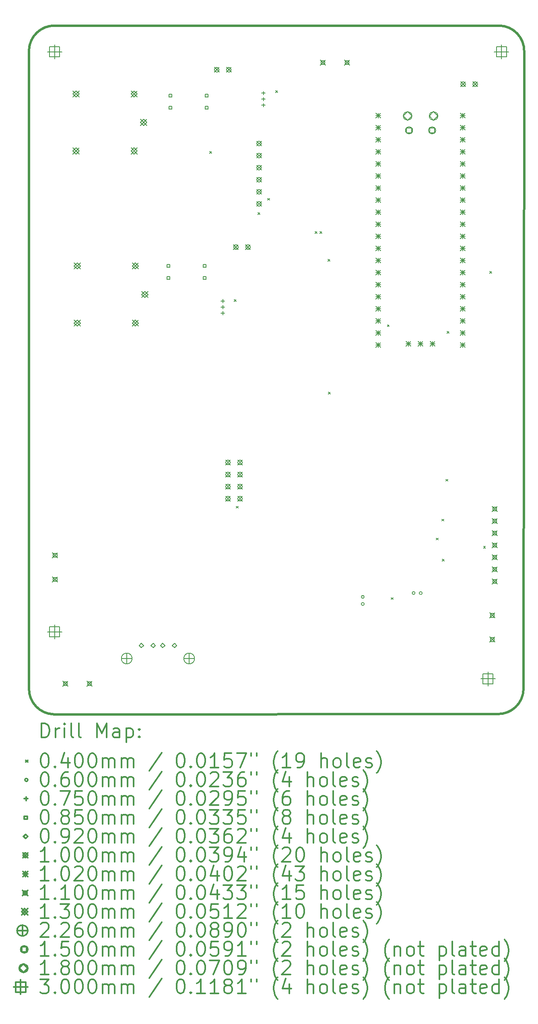
<source format=gbr>
%FSLAX45Y45*%
G04 Gerber Fmt 4.5, Leading zero omitted, Abs format (unit mm)*
G04 Created by KiCad (PCBNEW (5.1.10-1-10_14)) date 2021-10-16 18:52:19*
%MOMM*%
%LPD*%
G01*
G04 APERTURE LIST*
%TA.AperFunction,Profile*%
%ADD10C,0.500000*%
%TD*%
%ADD11C,0.200000*%
%ADD12C,0.300000*%
G04 APERTURE END LIST*
D10*
X5460000Y-2170000D02*
G75*
G02*
X6005350Y-1649871I534817J-14789D01*
G01*
X5980129Y-16135350D02*
G75*
G02*
X5460000Y-15590000I14789J534817D01*
G01*
X15360000Y-1650000D02*
G75*
G02*
X15880129Y-2195350I-14789J-534817D01*
G01*
X15865350Y-15610000D02*
G75*
G02*
X15320000Y-16130129I-534817J14789D01*
G01*
X5460000Y-15590000D02*
X5460000Y-2170000D01*
X15320000Y-16130129D02*
X5980129Y-16135350D01*
X15880129Y-2195350D02*
X15865350Y-15610000D01*
X6005350Y-1649871D02*
X15360000Y-1650000D01*
D11*
X9260000Y-4297500D02*
X9300000Y-4337500D01*
X9300000Y-4297500D02*
X9260000Y-4337500D01*
X9780000Y-7410000D02*
X9820000Y-7450000D01*
X9820000Y-7410000D02*
X9780000Y-7450000D01*
X9821265Y-11758735D02*
X9861265Y-11798735D01*
X9861265Y-11758735D02*
X9821265Y-11798735D01*
X10280000Y-5580000D02*
X10320000Y-5620000D01*
X10320000Y-5580000D02*
X10280000Y-5620000D01*
X10478735Y-5281265D02*
X10518735Y-5321265D01*
X10518735Y-5281265D02*
X10478735Y-5321265D01*
X10650000Y-3020000D02*
X10690000Y-3060000D01*
X10690000Y-3020000D02*
X10650000Y-3060000D01*
X11480000Y-5980000D02*
X11520000Y-6020000D01*
X11520000Y-5980000D02*
X11480000Y-6020000D01*
X11581265Y-5978735D02*
X11621265Y-6018735D01*
X11621265Y-5978735D02*
X11581265Y-6018735D01*
X11752500Y-6565148D02*
X11792500Y-6605148D01*
X11792500Y-6565148D02*
X11752500Y-6605148D01*
X11760000Y-9360000D02*
X11800000Y-9400000D01*
X11800000Y-9360000D02*
X11760000Y-9400000D01*
X13000000Y-7940000D02*
X13040000Y-7980000D01*
X13040000Y-7940000D02*
X13000000Y-7980000D01*
X13080000Y-13680000D02*
X13120000Y-13720000D01*
X13120000Y-13680000D02*
X13080000Y-13720000D01*
X14026200Y-12428540D02*
X14066200Y-12468540D01*
X14066200Y-12428540D02*
X14026200Y-12468540D01*
X14150660Y-12029760D02*
X14190660Y-12069760D01*
X14190660Y-12029760D02*
X14150660Y-12069760D01*
X14153200Y-12870500D02*
X14193200Y-12910500D01*
X14193200Y-12870500D02*
X14153200Y-12910500D01*
X14230000Y-11190960D02*
X14270000Y-11230960D01*
X14270000Y-11190960D02*
X14230000Y-11230960D01*
X14260000Y-8080000D02*
X14300000Y-8120000D01*
X14300000Y-8080000D02*
X14260000Y-8120000D01*
X15024420Y-12600420D02*
X15064420Y-12640420D01*
X15064420Y-12600420D02*
X15024420Y-12640420D01*
X15152500Y-6820000D02*
X15192500Y-6860000D01*
X15192500Y-6820000D02*
X15152500Y-6860000D01*
X12512830Y-13666330D02*
G75*
G03*
X12512830Y-13666330I-30000J0D01*
G01*
X12512830Y-13816330D02*
G75*
G03*
X12512830Y-13816330I-30000J0D01*
G01*
X13582170Y-13585190D02*
G75*
G03*
X13582170Y-13585190I-30000J0D01*
G01*
X13732170Y-13585190D02*
G75*
G03*
X13732170Y-13585190I-30000J0D01*
G01*
X9537700Y-7404700D02*
X9537700Y-7479700D01*
X9500200Y-7442200D02*
X9575200Y-7442200D01*
X9537700Y-7531700D02*
X9537700Y-7606700D01*
X9500200Y-7569200D02*
X9575200Y-7569200D01*
X9537700Y-7658700D02*
X9537700Y-7733700D01*
X9500200Y-7696200D02*
X9575200Y-7696200D01*
X10394950Y-3029550D02*
X10394950Y-3104550D01*
X10357450Y-3067050D02*
X10432450Y-3067050D01*
X10394950Y-3156550D02*
X10394950Y-3231550D01*
X10357450Y-3194050D02*
X10432450Y-3194050D01*
X10394950Y-3283550D02*
X10394950Y-3358550D01*
X10357450Y-3321050D02*
X10432450Y-3321050D01*
X8424752Y-6735652D02*
X8424752Y-6675548D01*
X8364648Y-6675548D01*
X8364648Y-6735652D01*
X8424752Y-6735652D01*
X8424752Y-6989652D02*
X8424752Y-6929548D01*
X8364648Y-6929548D01*
X8364648Y-6989652D01*
X8424752Y-6989652D01*
X8462852Y-3154252D02*
X8462852Y-3094148D01*
X8402748Y-3094148D01*
X8402748Y-3154252D01*
X8462852Y-3154252D01*
X8462852Y-3408252D02*
X8462852Y-3348148D01*
X8402748Y-3348148D01*
X8402748Y-3408252D01*
X8462852Y-3408252D01*
X9186752Y-6735652D02*
X9186752Y-6675548D01*
X9126648Y-6675548D01*
X9126648Y-6735652D01*
X9186752Y-6735652D01*
X9186752Y-6989652D02*
X9186752Y-6929548D01*
X9126648Y-6929548D01*
X9126648Y-6989652D01*
X9186752Y-6989652D01*
X9224852Y-3154252D02*
X9224852Y-3094148D01*
X9164748Y-3094148D01*
X9164748Y-3154252D01*
X9224852Y-3154252D01*
X9224852Y-3408252D02*
X9224852Y-3348148D01*
X9164748Y-3348148D01*
X9164748Y-3408252D01*
X9224852Y-3408252D01*
X7823720Y-14736870D02*
X7869720Y-14690870D01*
X7823720Y-14644870D01*
X7777720Y-14690870D01*
X7823720Y-14736870D01*
X8073720Y-14736870D02*
X8119720Y-14690870D01*
X8073720Y-14644870D01*
X8027720Y-14690870D01*
X8073720Y-14736870D01*
X8273720Y-14736870D02*
X8319720Y-14690870D01*
X8273720Y-14644870D01*
X8227720Y-14690870D01*
X8273720Y-14736870D01*
X8523720Y-14736870D02*
X8569720Y-14690870D01*
X8523720Y-14644870D01*
X8477720Y-14690870D01*
X8523720Y-14736870D01*
X9360700Y-2528100D02*
X9460700Y-2628100D01*
X9460700Y-2528100D02*
X9360700Y-2628100D01*
X9460700Y-2578100D02*
G75*
G03*
X9460700Y-2578100I-50000J0D01*
G01*
X9596000Y-10788000D02*
X9696000Y-10888000D01*
X9696000Y-10788000D02*
X9596000Y-10888000D01*
X9696000Y-10838000D02*
G75*
G03*
X9696000Y-10838000I-50000J0D01*
G01*
X9596000Y-11042000D02*
X9696000Y-11142000D01*
X9696000Y-11042000D02*
X9596000Y-11142000D01*
X9696000Y-11092000D02*
G75*
G03*
X9696000Y-11092000I-50000J0D01*
G01*
X9596000Y-11296000D02*
X9696000Y-11396000D01*
X9696000Y-11296000D02*
X9596000Y-11396000D01*
X9696000Y-11346000D02*
G75*
G03*
X9696000Y-11346000I-50000J0D01*
G01*
X9596000Y-11550000D02*
X9696000Y-11650000D01*
X9696000Y-11550000D02*
X9596000Y-11650000D01*
X9696000Y-11600000D02*
G75*
G03*
X9696000Y-11600000I-50000J0D01*
G01*
X9614700Y-2528100D02*
X9714700Y-2628100D01*
X9714700Y-2528100D02*
X9614700Y-2628100D01*
X9714700Y-2578100D02*
G75*
G03*
X9714700Y-2578100I-50000J0D01*
G01*
X9764560Y-6258090D02*
X9864560Y-6358090D01*
X9864560Y-6258090D02*
X9764560Y-6358090D01*
X9864560Y-6308090D02*
G75*
G03*
X9864560Y-6308090I-50000J0D01*
G01*
X9850000Y-10788000D02*
X9950000Y-10888000D01*
X9950000Y-10788000D02*
X9850000Y-10888000D01*
X9950000Y-10838000D02*
G75*
G03*
X9950000Y-10838000I-50000J0D01*
G01*
X9850000Y-11042000D02*
X9950000Y-11142000D01*
X9950000Y-11042000D02*
X9850000Y-11142000D01*
X9950000Y-11092000D02*
G75*
G03*
X9950000Y-11092000I-50000J0D01*
G01*
X9850000Y-11296000D02*
X9950000Y-11396000D01*
X9950000Y-11296000D02*
X9850000Y-11396000D01*
X9950000Y-11346000D02*
G75*
G03*
X9950000Y-11346000I-50000J0D01*
G01*
X9850000Y-11550000D02*
X9950000Y-11650000D01*
X9950000Y-11550000D02*
X9850000Y-11650000D01*
X9950000Y-11600000D02*
G75*
G03*
X9950000Y-11600000I-50000J0D01*
G01*
X10018560Y-6258090D02*
X10118560Y-6358090D01*
X10118560Y-6258090D02*
X10018560Y-6358090D01*
X10118560Y-6308090D02*
G75*
G03*
X10118560Y-6308090I-50000J0D01*
G01*
X10250000Y-4080000D02*
X10350000Y-4180000D01*
X10350000Y-4080000D02*
X10250000Y-4180000D01*
X10350000Y-4130000D02*
G75*
G03*
X10350000Y-4130000I-50000J0D01*
G01*
X10250000Y-4334000D02*
X10350000Y-4434000D01*
X10350000Y-4334000D02*
X10250000Y-4434000D01*
X10350000Y-4384000D02*
G75*
G03*
X10350000Y-4384000I-50000J0D01*
G01*
X10250000Y-4588000D02*
X10350000Y-4688000D01*
X10350000Y-4588000D02*
X10250000Y-4688000D01*
X10350000Y-4638000D02*
G75*
G03*
X10350000Y-4638000I-50000J0D01*
G01*
X10250000Y-4842000D02*
X10350000Y-4942000D01*
X10350000Y-4842000D02*
X10250000Y-4942000D01*
X10350000Y-4892000D02*
G75*
G03*
X10350000Y-4892000I-50000J0D01*
G01*
X10250000Y-5096000D02*
X10350000Y-5196000D01*
X10350000Y-5096000D02*
X10250000Y-5196000D01*
X10350000Y-5146000D02*
G75*
G03*
X10350000Y-5146000I-50000J0D01*
G01*
X10250000Y-5350000D02*
X10350000Y-5450000D01*
X10350000Y-5350000D02*
X10250000Y-5450000D01*
X10350000Y-5400000D02*
G75*
G03*
X10350000Y-5400000I-50000J0D01*
G01*
X14544840Y-2831630D02*
X14644840Y-2931630D01*
X14644840Y-2831630D02*
X14544840Y-2931630D01*
X14644840Y-2881630D02*
G75*
G03*
X14644840Y-2881630I-50000J0D01*
G01*
X14798840Y-2831630D02*
X14898840Y-2931630D01*
X14898840Y-2831630D02*
X14798840Y-2931630D01*
X14898840Y-2881630D02*
G75*
G03*
X14898840Y-2881630I-50000J0D01*
G01*
X12760000Y-3486000D02*
X12862000Y-3588000D01*
X12862000Y-3486000D02*
X12760000Y-3588000D01*
X12811000Y-3486000D02*
X12811000Y-3588000D01*
X12760000Y-3537000D02*
X12862000Y-3537000D01*
X12760000Y-3740000D02*
X12862000Y-3842000D01*
X12862000Y-3740000D02*
X12760000Y-3842000D01*
X12811000Y-3740000D02*
X12811000Y-3842000D01*
X12760000Y-3791000D02*
X12862000Y-3791000D01*
X12760000Y-3994000D02*
X12862000Y-4096000D01*
X12862000Y-3994000D02*
X12760000Y-4096000D01*
X12811000Y-3994000D02*
X12811000Y-4096000D01*
X12760000Y-4045000D02*
X12862000Y-4045000D01*
X12760000Y-4248000D02*
X12862000Y-4350000D01*
X12862000Y-4248000D02*
X12760000Y-4350000D01*
X12811000Y-4248000D02*
X12811000Y-4350000D01*
X12760000Y-4299000D02*
X12862000Y-4299000D01*
X12760000Y-4502000D02*
X12862000Y-4604000D01*
X12862000Y-4502000D02*
X12760000Y-4604000D01*
X12811000Y-4502000D02*
X12811000Y-4604000D01*
X12760000Y-4553000D02*
X12862000Y-4553000D01*
X12760000Y-4756000D02*
X12862000Y-4858000D01*
X12862000Y-4756000D02*
X12760000Y-4858000D01*
X12811000Y-4756000D02*
X12811000Y-4858000D01*
X12760000Y-4807000D02*
X12862000Y-4807000D01*
X12760000Y-5010000D02*
X12862000Y-5112000D01*
X12862000Y-5010000D02*
X12760000Y-5112000D01*
X12811000Y-5010000D02*
X12811000Y-5112000D01*
X12760000Y-5061000D02*
X12862000Y-5061000D01*
X12760000Y-5264000D02*
X12862000Y-5366000D01*
X12862000Y-5264000D02*
X12760000Y-5366000D01*
X12811000Y-5264000D02*
X12811000Y-5366000D01*
X12760000Y-5315000D02*
X12862000Y-5315000D01*
X12760000Y-5518000D02*
X12862000Y-5620000D01*
X12862000Y-5518000D02*
X12760000Y-5620000D01*
X12811000Y-5518000D02*
X12811000Y-5620000D01*
X12760000Y-5569000D02*
X12862000Y-5569000D01*
X12760000Y-5772000D02*
X12862000Y-5874000D01*
X12862000Y-5772000D02*
X12760000Y-5874000D01*
X12811000Y-5772000D02*
X12811000Y-5874000D01*
X12760000Y-5823000D02*
X12862000Y-5823000D01*
X12760000Y-6026000D02*
X12862000Y-6128000D01*
X12862000Y-6026000D02*
X12760000Y-6128000D01*
X12811000Y-6026000D02*
X12811000Y-6128000D01*
X12760000Y-6077000D02*
X12862000Y-6077000D01*
X12760000Y-6280000D02*
X12862000Y-6382000D01*
X12862000Y-6280000D02*
X12760000Y-6382000D01*
X12811000Y-6280000D02*
X12811000Y-6382000D01*
X12760000Y-6331000D02*
X12862000Y-6331000D01*
X12760000Y-6534000D02*
X12862000Y-6636000D01*
X12862000Y-6534000D02*
X12760000Y-6636000D01*
X12811000Y-6534000D02*
X12811000Y-6636000D01*
X12760000Y-6585000D02*
X12862000Y-6585000D01*
X12760000Y-6788000D02*
X12862000Y-6890000D01*
X12862000Y-6788000D02*
X12760000Y-6890000D01*
X12811000Y-6788000D02*
X12811000Y-6890000D01*
X12760000Y-6839000D02*
X12862000Y-6839000D01*
X12760000Y-7042000D02*
X12862000Y-7144000D01*
X12862000Y-7042000D02*
X12760000Y-7144000D01*
X12811000Y-7042000D02*
X12811000Y-7144000D01*
X12760000Y-7093000D02*
X12862000Y-7093000D01*
X12760000Y-7296000D02*
X12862000Y-7398000D01*
X12862000Y-7296000D02*
X12760000Y-7398000D01*
X12811000Y-7296000D02*
X12811000Y-7398000D01*
X12760000Y-7347000D02*
X12862000Y-7347000D01*
X12760000Y-7550000D02*
X12862000Y-7652000D01*
X12862000Y-7550000D02*
X12760000Y-7652000D01*
X12811000Y-7550000D02*
X12811000Y-7652000D01*
X12760000Y-7601000D02*
X12862000Y-7601000D01*
X12760000Y-7804000D02*
X12862000Y-7906000D01*
X12862000Y-7804000D02*
X12760000Y-7906000D01*
X12811000Y-7804000D02*
X12811000Y-7906000D01*
X12760000Y-7855000D02*
X12862000Y-7855000D01*
X12760000Y-8058000D02*
X12862000Y-8160000D01*
X12862000Y-8058000D02*
X12760000Y-8160000D01*
X12811000Y-8058000D02*
X12811000Y-8160000D01*
X12760000Y-8109000D02*
X12862000Y-8109000D01*
X12760000Y-8312000D02*
X12862000Y-8414000D01*
X12862000Y-8312000D02*
X12760000Y-8414000D01*
X12811000Y-8312000D02*
X12811000Y-8414000D01*
X12760000Y-8363000D02*
X12862000Y-8363000D01*
X13395000Y-8289000D02*
X13497000Y-8391000D01*
X13497000Y-8289000D02*
X13395000Y-8391000D01*
X13446000Y-8289000D02*
X13446000Y-8391000D01*
X13395000Y-8340000D02*
X13497000Y-8340000D01*
X13649000Y-8289000D02*
X13751000Y-8391000D01*
X13751000Y-8289000D02*
X13649000Y-8391000D01*
X13700000Y-8289000D02*
X13700000Y-8391000D01*
X13649000Y-8340000D02*
X13751000Y-8340000D01*
X13903000Y-8289000D02*
X14005000Y-8391000D01*
X14005000Y-8289000D02*
X13903000Y-8391000D01*
X13954000Y-8289000D02*
X13954000Y-8391000D01*
X13903000Y-8340000D02*
X14005000Y-8340000D01*
X14538000Y-3486000D02*
X14640000Y-3588000D01*
X14640000Y-3486000D02*
X14538000Y-3588000D01*
X14589000Y-3486000D02*
X14589000Y-3588000D01*
X14538000Y-3537000D02*
X14640000Y-3537000D01*
X14538000Y-3740000D02*
X14640000Y-3842000D01*
X14640000Y-3740000D02*
X14538000Y-3842000D01*
X14589000Y-3740000D02*
X14589000Y-3842000D01*
X14538000Y-3791000D02*
X14640000Y-3791000D01*
X14538000Y-3994000D02*
X14640000Y-4096000D01*
X14640000Y-3994000D02*
X14538000Y-4096000D01*
X14589000Y-3994000D02*
X14589000Y-4096000D01*
X14538000Y-4045000D02*
X14640000Y-4045000D01*
X14538000Y-4248000D02*
X14640000Y-4350000D01*
X14640000Y-4248000D02*
X14538000Y-4350000D01*
X14589000Y-4248000D02*
X14589000Y-4350000D01*
X14538000Y-4299000D02*
X14640000Y-4299000D01*
X14538000Y-4502000D02*
X14640000Y-4604000D01*
X14640000Y-4502000D02*
X14538000Y-4604000D01*
X14589000Y-4502000D02*
X14589000Y-4604000D01*
X14538000Y-4553000D02*
X14640000Y-4553000D01*
X14538000Y-4756000D02*
X14640000Y-4858000D01*
X14640000Y-4756000D02*
X14538000Y-4858000D01*
X14589000Y-4756000D02*
X14589000Y-4858000D01*
X14538000Y-4807000D02*
X14640000Y-4807000D01*
X14538000Y-5010000D02*
X14640000Y-5112000D01*
X14640000Y-5010000D02*
X14538000Y-5112000D01*
X14589000Y-5010000D02*
X14589000Y-5112000D01*
X14538000Y-5061000D02*
X14640000Y-5061000D01*
X14538000Y-5264000D02*
X14640000Y-5366000D01*
X14640000Y-5264000D02*
X14538000Y-5366000D01*
X14589000Y-5264000D02*
X14589000Y-5366000D01*
X14538000Y-5315000D02*
X14640000Y-5315000D01*
X14538000Y-5518000D02*
X14640000Y-5620000D01*
X14640000Y-5518000D02*
X14538000Y-5620000D01*
X14589000Y-5518000D02*
X14589000Y-5620000D01*
X14538000Y-5569000D02*
X14640000Y-5569000D01*
X14538000Y-5772000D02*
X14640000Y-5874000D01*
X14640000Y-5772000D02*
X14538000Y-5874000D01*
X14589000Y-5772000D02*
X14589000Y-5874000D01*
X14538000Y-5823000D02*
X14640000Y-5823000D01*
X14538000Y-6026000D02*
X14640000Y-6128000D01*
X14640000Y-6026000D02*
X14538000Y-6128000D01*
X14589000Y-6026000D02*
X14589000Y-6128000D01*
X14538000Y-6077000D02*
X14640000Y-6077000D01*
X14538000Y-6280000D02*
X14640000Y-6382000D01*
X14640000Y-6280000D02*
X14538000Y-6382000D01*
X14589000Y-6280000D02*
X14589000Y-6382000D01*
X14538000Y-6331000D02*
X14640000Y-6331000D01*
X14538000Y-6534000D02*
X14640000Y-6636000D01*
X14640000Y-6534000D02*
X14538000Y-6636000D01*
X14589000Y-6534000D02*
X14589000Y-6636000D01*
X14538000Y-6585000D02*
X14640000Y-6585000D01*
X14538000Y-6788000D02*
X14640000Y-6890000D01*
X14640000Y-6788000D02*
X14538000Y-6890000D01*
X14589000Y-6788000D02*
X14589000Y-6890000D01*
X14538000Y-6839000D02*
X14640000Y-6839000D01*
X14538000Y-7042000D02*
X14640000Y-7144000D01*
X14640000Y-7042000D02*
X14538000Y-7144000D01*
X14589000Y-7042000D02*
X14589000Y-7144000D01*
X14538000Y-7093000D02*
X14640000Y-7093000D01*
X14538000Y-7296000D02*
X14640000Y-7398000D01*
X14640000Y-7296000D02*
X14538000Y-7398000D01*
X14589000Y-7296000D02*
X14589000Y-7398000D01*
X14538000Y-7347000D02*
X14640000Y-7347000D01*
X14538000Y-7550000D02*
X14640000Y-7652000D01*
X14640000Y-7550000D02*
X14538000Y-7652000D01*
X14589000Y-7550000D02*
X14589000Y-7652000D01*
X14538000Y-7601000D02*
X14640000Y-7601000D01*
X14538000Y-7804000D02*
X14640000Y-7906000D01*
X14640000Y-7804000D02*
X14538000Y-7906000D01*
X14589000Y-7804000D02*
X14589000Y-7906000D01*
X14538000Y-7855000D02*
X14640000Y-7855000D01*
X14538000Y-8058000D02*
X14640000Y-8160000D01*
X14640000Y-8058000D02*
X14538000Y-8160000D01*
X14589000Y-8058000D02*
X14589000Y-8160000D01*
X14538000Y-8109000D02*
X14640000Y-8109000D01*
X14538000Y-8312000D02*
X14640000Y-8414000D01*
X14640000Y-8312000D02*
X14538000Y-8414000D01*
X14589000Y-8312000D02*
X14589000Y-8414000D01*
X14538000Y-8363000D02*
X14640000Y-8363000D01*
X5954640Y-12738980D02*
X6064640Y-12848980D01*
X6064640Y-12738980D02*
X5954640Y-12848980D01*
X6048531Y-12832871D02*
X6048531Y-12755089D01*
X5970749Y-12755089D01*
X5970749Y-12832871D01*
X6048531Y-12832871D01*
X5954640Y-13246980D02*
X6064640Y-13356980D01*
X6064640Y-13246980D02*
X5954640Y-13356980D01*
X6048531Y-13340871D02*
X6048531Y-13263089D01*
X5970749Y-13263089D01*
X5970749Y-13340871D01*
X6048531Y-13340871D01*
X6173080Y-15433920D02*
X6283080Y-15543920D01*
X6283080Y-15433920D02*
X6173080Y-15543920D01*
X6266971Y-15527811D02*
X6266971Y-15450029D01*
X6189189Y-15450029D01*
X6189189Y-15527811D01*
X6266971Y-15527811D01*
X6681080Y-15433920D02*
X6791080Y-15543920D01*
X6791080Y-15433920D02*
X6681080Y-15543920D01*
X6774971Y-15527811D02*
X6774971Y-15450029D01*
X6697189Y-15450029D01*
X6697189Y-15527811D01*
X6774971Y-15527811D01*
X11592170Y-2369430D02*
X11702170Y-2479430D01*
X11702170Y-2369430D02*
X11592170Y-2479430D01*
X11686061Y-2463321D02*
X11686061Y-2385539D01*
X11608279Y-2385539D01*
X11608279Y-2463321D01*
X11686061Y-2463321D01*
X12100170Y-2369430D02*
X12210170Y-2479430D01*
X12210170Y-2369430D02*
X12100170Y-2479430D01*
X12194061Y-2463321D02*
X12194061Y-2385539D01*
X12116279Y-2385539D01*
X12116279Y-2463321D01*
X12194061Y-2463321D01*
X15155000Y-14001000D02*
X15265000Y-14111000D01*
X15265000Y-14001000D02*
X15155000Y-14111000D01*
X15248891Y-14094891D02*
X15248891Y-14017109D01*
X15171109Y-14017109D01*
X15171109Y-14094891D01*
X15248891Y-14094891D01*
X15155000Y-14509000D02*
X15265000Y-14619000D01*
X15265000Y-14509000D02*
X15155000Y-14619000D01*
X15248891Y-14602891D02*
X15248891Y-14525109D01*
X15171109Y-14525109D01*
X15171109Y-14602891D01*
X15248891Y-14602891D01*
X15205000Y-11765000D02*
X15315000Y-11875000D01*
X15315000Y-11765000D02*
X15205000Y-11875000D01*
X15298891Y-11858891D02*
X15298891Y-11781109D01*
X15221109Y-11781109D01*
X15221109Y-11858891D01*
X15298891Y-11858891D01*
X15205000Y-12019000D02*
X15315000Y-12129000D01*
X15315000Y-12019000D02*
X15205000Y-12129000D01*
X15298891Y-12112891D02*
X15298891Y-12035109D01*
X15221109Y-12035109D01*
X15221109Y-12112891D01*
X15298891Y-12112891D01*
X15205000Y-12273000D02*
X15315000Y-12383000D01*
X15315000Y-12273000D02*
X15205000Y-12383000D01*
X15298891Y-12366891D02*
X15298891Y-12289109D01*
X15221109Y-12289109D01*
X15221109Y-12366891D01*
X15298891Y-12366891D01*
X15205000Y-12527000D02*
X15315000Y-12637000D01*
X15315000Y-12527000D02*
X15205000Y-12637000D01*
X15298891Y-12620891D02*
X15298891Y-12543109D01*
X15221109Y-12543109D01*
X15221109Y-12620891D01*
X15298891Y-12620891D01*
X15205000Y-12781000D02*
X15315000Y-12891000D01*
X15315000Y-12781000D02*
X15205000Y-12891000D01*
X15298891Y-12874891D02*
X15298891Y-12797109D01*
X15221109Y-12797109D01*
X15221109Y-12874891D01*
X15298891Y-12874891D01*
X15205000Y-13035000D02*
X15315000Y-13145000D01*
X15315000Y-13035000D02*
X15205000Y-13145000D01*
X15298891Y-13128891D02*
X15298891Y-13051109D01*
X15221109Y-13051109D01*
X15221109Y-13128891D01*
X15298891Y-13128891D01*
X15205000Y-13289000D02*
X15315000Y-13399000D01*
X15315000Y-13289000D02*
X15205000Y-13399000D01*
X15298891Y-13382891D02*
X15298891Y-13305109D01*
X15221109Y-13305109D01*
X15221109Y-13382891D01*
X15298891Y-13382891D01*
X6386600Y-3021100D02*
X6516600Y-3151100D01*
X6516600Y-3021100D02*
X6386600Y-3151100D01*
X6451600Y-3151100D02*
X6516600Y-3086100D01*
X6451600Y-3021100D01*
X6386600Y-3086100D01*
X6451600Y-3151100D01*
X6386600Y-4221100D02*
X6516600Y-4351100D01*
X6516600Y-4221100D02*
X6386600Y-4351100D01*
X6451600Y-4351100D02*
X6516600Y-4286100D01*
X6451600Y-4221100D01*
X6386600Y-4286100D01*
X6451600Y-4351100D01*
X6412000Y-6640600D02*
X6542000Y-6770600D01*
X6542000Y-6640600D02*
X6412000Y-6770600D01*
X6477000Y-6770600D02*
X6542000Y-6705600D01*
X6477000Y-6640600D01*
X6412000Y-6705600D01*
X6477000Y-6770600D01*
X6412000Y-7840600D02*
X6542000Y-7970600D01*
X6542000Y-7840600D02*
X6412000Y-7970600D01*
X6477000Y-7970600D02*
X6542000Y-7905600D01*
X6477000Y-7840600D01*
X6412000Y-7905600D01*
X6477000Y-7970600D01*
X7606600Y-3021100D02*
X7736600Y-3151100D01*
X7736600Y-3021100D02*
X7606600Y-3151100D01*
X7671600Y-3151100D02*
X7736600Y-3086100D01*
X7671600Y-3021100D01*
X7606600Y-3086100D01*
X7671600Y-3151100D01*
X7606600Y-4221100D02*
X7736600Y-4351100D01*
X7736600Y-4221100D02*
X7606600Y-4351100D01*
X7671600Y-4351100D02*
X7736600Y-4286100D01*
X7671600Y-4221100D01*
X7606600Y-4286100D01*
X7671600Y-4351100D01*
X7632000Y-6640600D02*
X7762000Y-6770600D01*
X7762000Y-6640600D02*
X7632000Y-6770600D01*
X7697000Y-6770600D02*
X7762000Y-6705600D01*
X7697000Y-6640600D01*
X7632000Y-6705600D01*
X7697000Y-6770600D01*
X7632000Y-7840600D02*
X7762000Y-7970600D01*
X7762000Y-7840600D02*
X7632000Y-7970600D01*
X7697000Y-7970600D02*
X7762000Y-7905600D01*
X7697000Y-7840600D01*
X7632000Y-7905600D01*
X7697000Y-7970600D01*
X7806600Y-3621100D02*
X7936600Y-3751100D01*
X7936600Y-3621100D02*
X7806600Y-3751100D01*
X7871600Y-3751100D02*
X7936600Y-3686100D01*
X7871600Y-3621100D01*
X7806600Y-3686100D01*
X7871600Y-3751100D01*
X7832000Y-7240600D02*
X7962000Y-7370600D01*
X7962000Y-7240600D02*
X7832000Y-7370600D01*
X7897000Y-7370600D02*
X7962000Y-7305600D01*
X7897000Y-7240600D01*
X7832000Y-7305600D01*
X7897000Y-7370600D01*
X7516720Y-14848870D02*
X7516720Y-15074870D01*
X7403720Y-14961870D02*
X7629720Y-14961870D01*
X7629720Y-14961870D02*
G75*
G03*
X7629720Y-14961870I-113000J0D01*
G01*
X8830720Y-14848870D02*
X8830720Y-15074870D01*
X8717720Y-14961870D02*
X8943720Y-14961870D01*
X8943720Y-14961870D02*
G75*
G03*
X8943720Y-14961870I-113000J0D01*
G01*
X13510533Y-3906033D02*
X13510533Y-3799966D01*
X13404466Y-3799966D01*
X13404466Y-3906033D01*
X13510533Y-3906033D01*
X13532500Y-3853000D02*
G75*
G03*
X13532500Y-3853000I-75000J0D01*
G01*
X13995533Y-3906033D02*
X13995533Y-3799966D01*
X13889466Y-3799966D01*
X13889466Y-3906033D01*
X13995533Y-3906033D01*
X14017500Y-3853000D02*
G75*
G03*
X14017500Y-3853000I-75000J0D01*
G01*
X13427500Y-3640000D02*
X13517500Y-3550000D01*
X13427500Y-3460000D01*
X13337500Y-3550000D01*
X13427500Y-3640000D01*
X13517500Y-3550000D02*
G75*
G03*
X13517500Y-3550000I-90000J0D01*
G01*
X13972500Y-3640000D02*
X14062500Y-3550000D01*
X13972500Y-3460000D01*
X13882500Y-3550000D01*
X13972500Y-3640000D01*
X14062500Y-3550000D02*
G75*
G03*
X14062500Y-3550000I-90000J0D01*
G01*
X6000000Y-2050000D02*
X6000000Y-2350000D01*
X5850000Y-2200000D02*
X6150000Y-2200000D01*
X6106067Y-2306067D02*
X6106067Y-2093933D01*
X5893933Y-2093933D01*
X5893933Y-2306067D01*
X6106067Y-2306067D01*
X6000000Y-14250000D02*
X6000000Y-14550000D01*
X5850000Y-14400000D02*
X6150000Y-14400000D01*
X6106067Y-14506067D02*
X6106067Y-14293933D01*
X5893933Y-14293933D01*
X5893933Y-14506067D01*
X6106067Y-14506067D01*
X15120000Y-15240000D02*
X15120000Y-15540000D01*
X14970000Y-15390000D02*
X15270000Y-15390000D01*
X15226067Y-15496067D02*
X15226067Y-15283933D01*
X15013933Y-15283933D01*
X15013933Y-15496067D01*
X15226067Y-15496067D01*
X15400000Y-2050000D02*
X15400000Y-2350000D01*
X15250000Y-2200000D02*
X15550000Y-2200000D01*
X15506067Y-2306067D02*
X15506067Y-2093933D01*
X15293933Y-2093933D01*
X15293933Y-2306067D01*
X15506067Y-2306067D01*
D12*
X5721325Y-16626064D02*
X5721325Y-16326064D01*
X5792753Y-16326064D01*
X5835610Y-16340350D01*
X5864182Y-16368921D01*
X5878468Y-16397493D01*
X5892753Y-16454636D01*
X5892753Y-16497493D01*
X5878468Y-16554636D01*
X5864182Y-16583207D01*
X5835610Y-16611778D01*
X5792753Y-16626064D01*
X5721325Y-16626064D01*
X6021325Y-16626064D02*
X6021325Y-16426064D01*
X6021325Y-16483207D02*
X6035610Y-16454636D01*
X6049896Y-16440350D01*
X6078468Y-16426064D01*
X6107039Y-16426064D01*
X6207039Y-16626064D02*
X6207039Y-16426064D01*
X6207039Y-16326064D02*
X6192753Y-16340350D01*
X6207039Y-16354636D01*
X6221325Y-16340350D01*
X6207039Y-16326064D01*
X6207039Y-16354636D01*
X6392753Y-16626064D02*
X6364182Y-16611778D01*
X6349896Y-16583207D01*
X6349896Y-16326064D01*
X6549896Y-16626064D02*
X6521325Y-16611778D01*
X6507039Y-16583207D01*
X6507039Y-16326064D01*
X6892753Y-16626064D02*
X6892753Y-16326064D01*
X6992753Y-16540350D01*
X7092753Y-16326064D01*
X7092753Y-16626064D01*
X7364182Y-16626064D02*
X7364182Y-16468921D01*
X7349896Y-16440350D01*
X7321325Y-16426064D01*
X7264182Y-16426064D01*
X7235610Y-16440350D01*
X7364182Y-16611778D02*
X7335610Y-16626064D01*
X7264182Y-16626064D01*
X7235610Y-16611778D01*
X7221325Y-16583207D01*
X7221325Y-16554636D01*
X7235610Y-16526064D01*
X7264182Y-16511778D01*
X7335610Y-16511778D01*
X7364182Y-16497493D01*
X7507039Y-16426064D02*
X7507039Y-16726064D01*
X7507039Y-16440350D02*
X7535610Y-16426064D01*
X7592753Y-16426064D01*
X7621325Y-16440350D01*
X7635610Y-16454636D01*
X7649896Y-16483207D01*
X7649896Y-16568921D01*
X7635610Y-16597493D01*
X7621325Y-16611778D01*
X7592753Y-16626064D01*
X7535610Y-16626064D01*
X7507039Y-16611778D01*
X7778468Y-16597493D02*
X7792753Y-16611778D01*
X7778468Y-16626064D01*
X7764182Y-16611778D01*
X7778468Y-16597493D01*
X7778468Y-16626064D01*
X7778468Y-16440350D02*
X7792753Y-16454636D01*
X7778468Y-16468921D01*
X7764182Y-16454636D01*
X7778468Y-16440350D01*
X7778468Y-16468921D01*
X5394896Y-17100350D02*
X5434896Y-17140350D01*
X5434896Y-17100350D02*
X5394896Y-17140350D01*
X5778468Y-16956064D02*
X5807039Y-16956064D01*
X5835610Y-16970350D01*
X5849896Y-16984636D01*
X5864182Y-17013207D01*
X5878468Y-17070350D01*
X5878468Y-17141779D01*
X5864182Y-17198921D01*
X5849896Y-17227493D01*
X5835610Y-17241779D01*
X5807039Y-17256064D01*
X5778468Y-17256064D01*
X5749896Y-17241779D01*
X5735610Y-17227493D01*
X5721325Y-17198921D01*
X5707039Y-17141779D01*
X5707039Y-17070350D01*
X5721325Y-17013207D01*
X5735610Y-16984636D01*
X5749896Y-16970350D01*
X5778468Y-16956064D01*
X6007039Y-17227493D02*
X6021325Y-17241779D01*
X6007039Y-17256064D01*
X5992753Y-17241779D01*
X6007039Y-17227493D01*
X6007039Y-17256064D01*
X6278468Y-17056064D02*
X6278468Y-17256064D01*
X6207039Y-16941779D02*
X6135610Y-17156064D01*
X6321325Y-17156064D01*
X6492753Y-16956064D02*
X6521325Y-16956064D01*
X6549896Y-16970350D01*
X6564182Y-16984636D01*
X6578468Y-17013207D01*
X6592753Y-17070350D01*
X6592753Y-17141779D01*
X6578468Y-17198921D01*
X6564182Y-17227493D01*
X6549896Y-17241779D01*
X6521325Y-17256064D01*
X6492753Y-17256064D01*
X6464182Y-17241779D01*
X6449896Y-17227493D01*
X6435610Y-17198921D01*
X6421325Y-17141779D01*
X6421325Y-17070350D01*
X6435610Y-17013207D01*
X6449896Y-16984636D01*
X6464182Y-16970350D01*
X6492753Y-16956064D01*
X6778468Y-16956064D02*
X6807039Y-16956064D01*
X6835610Y-16970350D01*
X6849896Y-16984636D01*
X6864182Y-17013207D01*
X6878468Y-17070350D01*
X6878468Y-17141779D01*
X6864182Y-17198921D01*
X6849896Y-17227493D01*
X6835610Y-17241779D01*
X6807039Y-17256064D01*
X6778468Y-17256064D01*
X6749896Y-17241779D01*
X6735610Y-17227493D01*
X6721325Y-17198921D01*
X6707039Y-17141779D01*
X6707039Y-17070350D01*
X6721325Y-17013207D01*
X6735610Y-16984636D01*
X6749896Y-16970350D01*
X6778468Y-16956064D01*
X7007039Y-17256064D02*
X7007039Y-17056064D01*
X7007039Y-17084636D02*
X7021325Y-17070350D01*
X7049896Y-17056064D01*
X7092753Y-17056064D01*
X7121325Y-17070350D01*
X7135610Y-17098921D01*
X7135610Y-17256064D01*
X7135610Y-17098921D02*
X7149896Y-17070350D01*
X7178468Y-17056064D01*
X7221325Y-17056064D01*
X7249896Y-17070350D01*
X7264182Y-17098921D01*
X7264182Y-17256064D01*
X7407039Y-17256064D02*
X7407039Y-17056064D01*
X7407039Y-17084636D02*
X7421325Y-17070350D01*
X7449896Y-17056064D01*
X7492753Y-17056064D01*
X7521325Y-17070350D01*
X7535610Y-17098921D01*
X7535610Y-17256064D01*
X7535610Y-17098921D02*
X7549896Y-17070350D01*
X7578468Y-17056064D01*
X7621325Y-17056064D01*
X7649896Y-17070350D01*
X7664182Y-17098921D01*
X7664182Y-17256064D01*
X8249896Y-16941779D02*
X7992753Y-17327493D01*
X8635610Y-16956064D02*
X8664182Y-16956064D01*
X8692753Y-16970350D01*
X8707039Y-16984636D01*
X8721325Y-17013207D01*
X8735610Y-17070350D01*
X8735610Y-17141779D01*
X8721325Y-17198921D01*
X8707039Y-17227493D01*
X8692753Y-17241779D01*
X8664182Y-17256064D01*
X8635610Y-17256064D01*
X8607039Y-17241779D01*
X8592753Y-17227493D01*
X8578468Y-17198921D01*
X8564182Y-17141779D01*
X8564182Y-17070350D01*
X8578468Y-17013207D01*
X8592753Y-16984636D01*
X8607039Y-16970350D01*
X8635610Y-16956064D01*
X8864182Y-17227493D02*
X8878468Y-17241779D01*
X8864182Y-17256064D01*
X8849896Y-17241779D01*
X8864182Y-17227493D01*
X8864182Y-17256064D01*
X9064182Y-16956064D02*
X9092753Y-16956064D01*
X9121325Y-16970350D01*
X9135610Y-16984636D01*
X9149896Y-17013207D01*
X9164182Y-17070350D01*
X9164182Y-17141779D01*
X9149896Y-17198921D01*
X9135610Y-17227493D01*
X9121325Y-17241779D01*
X9092753Y-17256064D01*
X9064182Y-17256064D01*
X9035610Y-17241779D01*
X9021325Y-17227493D01*
X9007039Y-17198921D01*
X8992753Y-17141779D01*
X8992753Y-17070350D01*
X9007039Y-17013207D01*
X9021325Y-16984636D01*
X9035610Y-16970350D01*
X9064182Y-16956064D01*
X9449896Y-17256064D02*
X9278468Y-17256064D01*
X9364182Y-17256064D02*
X9364182Y-16956064D01*
X9335610Y-16998921D01*
X9307039Y-17027493D01*
X9278468Y-17041779D01*
X9721325Y-16956064D02*
X9578468Y-16956064D01*
X9564182Y-17098921D01*
X9578468Y-17084636D01*
X9607039Y-17070350D01*
X9678468Y-17070350D01*
X9707039Y-17084636D01*
X9721325Y-17098921D01*
X9735610Y-17127493D01*
X9735610Y-17198921D01*
X9721325Y-17227493D01*
X9707039Y-17241779D01*
X9678468Y-17256064D01*
X9607039Y-17256064D01*
X9578468Y-17241779D01*
X9564182Y-17227493D01*
X9835610Y-16956064D02*
X10035610Y-16956064D01*
X9907039Y-17256064D01*
X10135610Y-16956064D02*
X10135610Y-17013207D01*
X10249896Y-16956064D02*
X10249896Y-17013207D01*
X10692753Y-17370350D02*
X10678468Y-17356064D01*
X10649896Y-17313207D01*
X10635610Y-17284636D01*
X10621325Y-17241779D01*
X10607039Y-17170350D01*
X10607039Y-17113207D01*
X10621325Y-17041779D01*
X10635610Y-16998921D01*
X10649896Y-16970350D01*
X10678468Y-16927493D01*
X10692753Y-16913207D01*
X10964182Y-17256064D02*
X10792753Y-17256064D01*
X10878468Y-17256064D02*
X10878468Y-16956064D01*
X10849896Y-16998921D01*
X10821325Y-17027493D01*
X10792753Y-17041779D01*
X11107039Y-17256064D02*
X11164182Y-17256064D01*
X11192753Y-17241779D01*
X11207039Y-17227493D01*
X11235610Y-17184636D01*
X11249896Y-17127493D01*
X11249896Y-17013207D01*
X11235610Y-16984636D01*
X11221325Y-16970350D01*
X11192753Y-16956064D01*
X11135610Y-16956064D01*
X11107039Y-16970350D01*
X11092753Y-16984636D01*
X11078468Y-17013207D01*
X11078468Y-17084636D01*
X11092753Y-17113207D01*
X11107039Y-17127493D01*
X11135610Y-17141779D01*
X11192753Y-17141779D01*
X11221325Y-17127493D01*
X11235610Y-17113207D01*
X11249896Y-17084636D01*
X11607039Y-17256064D02*
X11607039Y-16956064D01*
X11735610Y-17256064D02*
X11735610Y-17098921D01*
X11721325Y-17070350D01*
X11692753Y-17056064D01*
X11649896Y-17056064D01*
X11621325Y-17070350D01*
X11607039Y-17084636D01*
X11921325Y-17256064D02*
X11892753Y-17241779D01*
X11878468Y-17227493D01*
X11864182Y-17198921D01*
X11864182Y-17113207D01*
X11878468Y-17084636D01*
X11892753Y-17070350D01*
X11921325Y-17056064D01*
X11964182Y-17056064D01*
X11992753Y-17070350D01*
X12007039Y-17084636D01*
X12021325Y-17113207D01*
X12021325Y-17198921D01*
X12007039Y-17227493D01*
X11992753Y-17241779D01*
X11964182Y-17256064D01*
X11921325Y-17256064D01*
X12192753Y-17256064D02*
X12164182Y-17241779D01*
X12149896Y-17213207D01*
X12149896Y-16956064D01*
X12421325Y-17241779D02*
X12392753Y-17256064D01*
X12335610Y-17256064D01*
X12307039Y-17241779D01*
X12292753Y-17213207D01*
X12292753Y-17098921D01*
X12307039Y-17070350D01*
X12335610Y-17056064D01*
X12392753Y-17056064D01*
X12421325Y-17070350D01*
X12435610Y-17098921D01*
X12435610Y-17127493D01*
X12292753Y-17156064D01*
X12549896Y-17241779D02*
X12578468Y-17256064D01*
X12635610Y-17256064D01*
X12664182Y-17241779D01*
X12678468Y-17213207D01*
X12678468Y-17198921D01*
X12664182Y-17170350D01*
X12635610Y-17156064D01*
X12592753Y-17156064D01*
X12564182Y-17141779D01*
X12549896Y-17113207D01*
X12549896Y-17098921D01*
X12564182Y-17070350D01*
X12592753Y-17056064D01*
X12635610Y-17056064D01*
X12664182Y-17070350D01*
X12778468Y-17370350D02*
X12792753Y-17356064D01*
X12821325Y-17313207D01*
X12835610Y-17284636D01*
X12849896Y-17241779D01*
X12864182Y-17170350D01*
X12864182Y-17113207D01*
X12849896Y-17041779D01*
X12835610Y-16998921D01*
X12821325Y-16970350D01*
X12792753Y-16927493D01*
X12778468Y-16913207D01*
X5434896Y-17516350D02*
G75*
G03*
X5434896Y-17516350I-30000J0D01*
G01*
X5778468Y-17352064D02*
X5807039Y-17352064D01*
X5835610Y-17366350D01*
X5849896Y-17380636D01*
X5864182Y-17409207D01*
X5878468Y-17466350D01*
X5878468Y-17537779D01*
X5864182Y-17594921D01*
X5849896Y-17623493D01*
X5835610Y-17637779D01*
X5807039Y-17652064D01*
X5778468Y-17652064D01*
X5749896Y-17637779D01*
X5735610Y-17623493D01*
X5721325Y-17594921D01*
X5707039Y-17537779D01*
X5707039Y-17466350D01*
X5721325Y-17409207D01*
X5735610Y-17380636D01*
X5749896Y-17366350D01*
X5778468Y-17352064D01*
X6007039Y-17623493D02*
X6021325Y-17637779D01*
X6007039Y-17652064D01*
X5992753Y-17637779D01*
X6007039Y-17623493D01*
X6007039Y-17652064D01*
X6278468Y-17352064D02*
X6221325Y-17352064D01*
X6192753Y-17366350D01*
X6178468Y-17380636D01*
X6149896Y-17423493D01*
X6135610Y-17480636D01*
X6135610Y-17594921D01*
X6149896Y-17623493D01*
X6164182Y-17637779D01*
X6192753Y-17652064D01*
X6249896Y-17652064D01*
X6278468Y-17637779D01*
X6292753Y-17623493D01*
X6307039Y-17594921D01*
X6307039Y-17523493D01*
X6292753Y-17494921D01*
X6278468Y-17480636D01*
X6249896Y-17466350D01*
X6192753Y-17466350D01*
X6164182Y-17480636D01*
X6149896Y-17494921D01*
X6135610Y-17523493D01*
X6492753Y-17352064D02*
X6521325Y-17352064D01*
X6549896Y-17366350D01*
X6564182Y-17380636D01*
X6578468Y-17409207D01*
X6592753Y-17466350D01*
X6592753Y-17537779D01*
X6578468Y-17594921D01*
X6564182Y-17623493D01*
X6549896Y-17637779D01*
X6521325Y-17652064D01*
X6492753Y-17652064D01*
X6464182Y-17637779D01*
X6449896Y-17623493D01*
X6435610Y-17594921D01*
X6421325Y-17537779D01*
X6421325Y-17466350D01*
X6435610Y-17409207D01*
X6449896Y-17380636D01*
X6464182Y-17366350D01*
X6492753Y-17352064D01*
X6778468Y-17352064D02*
X6807039Y-17352064D01*
X6835610Y-17366350D01*
X6849896Y-17380636D01*
X6864182Y-17409207D01*
X6878468Y-17466350D01*
X6878468Y-17537779D01*
X6864182Y-17594921D01*
X6849896Y-17623493D01*
X6835610Y-17637779D01*
X6807039Y-17652064D01*
X6778468Y-17652064D01*
X6749896Y-17637779D01*
X6735610Y-17623493D01*
X6721325Y-17594921D01*
X6707039Y-17537779D01*
X6707039Y-17466350D01*
X6721325Y-17409207D01*
X6735610Y-17380636D01*
X6749896Y-17366350D01*
X6778468Y-17352064D01*
X7007039Y-17652064D02*
X7007039Y-17452064D01*
X7007039Y-17480636D02*
X7021325Y-17466350D01*
X7049896Y-17452064D01*
X7092753Y-17452064D01*
X7121325Y-17466350D01*
X7135610Y-17494921D01*
X7135610Y-17652064D01*
X7135610Y-17494921D02*
X7149896Y-17466350D01*
X7178468Y-17452064D01*
X7221325Y-17452064D01*
X7249896Y-17466350D01*
X7264182Y-17494921D01*
X7264182Y-17652064D01*
X7407039Y-17652064D02*
X7407039Y-17452064D01*
X7407039Y-17480636D02*
X7421325Y-17466350D01*
X7449896Y-17452064D01*
X7492753Y-17452064D01*
X7521325Y-17466350D01*
X7535610Y-17494921D01*
X7535610Y-17652064D01*
X7535610Y-17494921D02*
X7549896Y-17466350D01*
X7578468Y-17452064D01*
X7621325Y-17452064D01*
X7649896Y-17466350D01*
X7664182Y-17494921D01*
X7664182Y-17652064D01*
X8249896Y-17337779D02*
X7992753Y-17723493D01*
X8635610Y-17352064D02*
X8664182Y-17352064D01*
X8692753Y-17366350D01*
X8707039Y-17380636D01*
X8721325Y-17409207D01*
X8735610Y-17466350D01*
X8735610Y-17537779D01*
X8721325Y-17594921D01*
X8707039Y-17623493D01*
X8692753Y-17637779D01*
X8664182Y-17652064D01*
X8635610Y-17652064D01*
X8607039Y-17637779D01*
X8592753Y-17623493D01*
X8578468Y-17594921D01*
X8564182Y-17537779D01*
X8564182Y-17466350D01*
X8578468Y-17409207D01*
X8592753Y-17380636D01*
X8607039Y-17366350D01*
X8635610Y-17352064D01*
X8864182Y-17623493D02*
X8878468Y-17637779D01*
X8864182Y-17652064D01*
X8849896Y-17637779D01*
X8864182Y-17623493D01*
X8864182Y-17652064D01*
X9064182Y-17352064D02*
X9092753Y-17352064D01*
X9121325Y-17366350D01*
X9135610Y-17380636D01*
X9149896Y-17409207D01*
X9164182Y-17466350D01*
X9164182Y-17537779D01*
X9149896Y-17594921D01*
X9135610Y-17623493D01*
X9121325Y-17637779D01*
X9092753Y-17652064D01*
X9064182Y-17652064D01*
X9035610Y-17637779D01*
X9021325Y-17623493D01*
X9007039Y-17594921D01*
X8992753Y-17537779D01*
X8992753Y-17466350D01*
X9007039Y-17409207D01*
X9021325Y-17380636D01*
X9035610Y-17366350D01*
X9064182Y-17352064D01*
X9278468Y-17380636D02*
X9292753Y-17366350D01*
X9321325Y-17352064D01*
X9392753Y-17352064D01*
X9421325Y-17366350D01*
X9435610Y-17380636D01*
X9449896Y-17409207D01*
X9449896Y-17437779D01*
X9435610Y-17480636D01*
X9264182Y-17652064D01*
X9449896Y-17652064D01*
X9549896Y-17352064D02*
X9735610Y-17352064D01*
X9635610Y-17466350D01*
X9678468Y-17466350D01*
X9707039Y-17480636D01*
X9721325Y-17494921D01*
X9735610Y-17523493D01*
X9735610Y-17594921D01*
X9721325Y-17623493D01*
X9707039Y-17637779D01*
X9678468Y-17652064D01*
X9592753Y-17652064D01*
X9564182Y-17637779D01*
X9549896Y-17623493D01*
X9992753Y-17352064D02*
X9935610Y-17352064D01*
X9907039Y-17366350D01*
X9892753Y-17380636D01*
X9864182Y-17423493D01*
X9849896Y-17480636D01*
X9849896Y-17594921D01*
X9864182Y-17623493D01*
X9878468Y-17637779D01*
X9907039Y-17652064D01*
X9964182Y-17652064D01*
X9992753Y-17637779D01*
X10007039Y-17623493D01*
X10021325Y-17594921D01*
X10021325Y-17523493D01*
X10007039Y-17494921D01*
X9992753Y-17480636D01*
X9964182Y-17466350D01*
X9907039Y-17466350D01*
X9878468Y-17480636D01*
X9864182Y-17494921D01*
X9849896Y-17523493D01*
X10135610Y-17352064D02*
X10135610Y-17409207D01*
X10249896Y-17352064D02*
X10249896Y-17409207D01*
X10692753Y-17766350D02*
X10678468Y-17752064D01*
X10649896Y-17709207D01*
X10635610Y-17680636D01*
X10621325Y-17637779D01*
X10607039Y-17566350D01*
X10607039Y-17509207D01*
X10621325Y-17437779D01*
X10635610Y-17394921D01*
X10649896Y-17366350D01*
X10678468Y-17323493D01*
X10692753Y-17309207D01*
X10935610Y-17452064D02*
X10935610Y-17652064D01*
X10864182Y-17337779D02*
X10792753Y-17552064D01*
X10978468Y-17552064D01*
X11321325Y-17652064D02*
X11321325Y-17352064D01*
X11449896Y-17652064D02*
X11449896Y-17494921D01*
X11435610Y-17466350D01*
X11407039Y-17452064D01*
X11364182Y-17452064D01*
X11335610Y-17466350D01*
X11321325Y-17480636D01*
X11635610Y-17652064D02*
X11607039Y-17637779D01*
X11592753Y-17623493D01*
X11578468Y-17594921D01*
X11578468Y-17509207D01*
X11592753Y-17480636D01*
X11607039Y-17466350D01*
X11635610Y-17452064D01*
X11678468Y-17452064D01*
X11707039Y-17466350D01*
X11721325Y-17480636D01*
X11735610Y-17509207D01*
X11735610Y-17594921D01*
X11721325Y-17623493D01*
X11707039Y-17637779D01*
X11678468Y-17652064D01*
X11635610Y-17652064D01*
X11907039Y-17652064D02*
X11878468Y-17637779D01*
X11864182Y-17609207D01*
X11864182Y-17352064D01*
X12135610Y-17637779D02*
X12107039Y-17652064D01*
X12049896Y-17652064D01*
X12021325Y-17637779D01*
X12007039Y-17609207D01*
X12007039Y-17494921D01*
X12021325Y-17466350D01*
X12049896Y-17452064D01*
X12107039Y-17452064D01*
X12135610Y-17466350D01*
X12149896Y-17494921D01*
X12149896Y-17523493D01*
X12007039Y-17552064D01*
X12264182Y-17637779D02*
X12292753Y-17652064D01*
X12349896Y-17652064D01*
X12378468Y-17637779D01*
X12392753Y-17609207D01*
X12392753Y-17594921D01*
X12378468Y-17566350D01*
X12349896Y-17552064D01*
X12307039Y-17552064D01*
X12278468Y-17537779D01*
X12264182Y-17509207D01*
X12264182Y-17494921D01*
X12278468Y-17466350D01*
X12307039Y-17452064D01*
X12349896Y-17452064D01*
X12378468Y-17466350D01*
X12492753Y-17766350D02*
X12507039Y-17752064D01*
X12535610Y-17709207D01*
X12549896Y-17680636D01*
X12564182Y-17637779D01*
X12578468Y-17566350D01*
X12578468Y-17509207D01*
X12564182Y-17437779D01*
X12549896Y-17394921D01*
X12535610Y-17366350D01*
X12507039Y-17323493D01*
X12492753Y-17309207D01*
X5397396Y-17874850D02*
X5397396Y-17949850D01*
X5359896Y-17912350D02*
X5434896Y-17912350D01*
X5778468Y-17748064D02*
X5807039Y-17748064D01*
X5835610Y-17762350D01*
X5849896Y-17776636D01*
X5864182Y-17805207D01*
X5878468Y-17862350D01*
X5878468Y-17933779D01*
X5864182Y-17990921D01*
X5849896Y-18019493D01*
X5835610Y-18033779D01*
X5807039Y-18048064D01*
X5778468Y-18048064D01*
X5749896Y-18033779D01*
X5735610Y-18019493D01*
X5721325Y-17990921D01*
X5707039Y-17933779D01*
X5707039Y-17862350D01*
X5721325Y-17805207D01*
X5735610Y-17776636D01*
X5749896Y-17762350D01*
X5778468Y-17748064D01*
X6007039Y-18019493D02*
X6021325Y-18033779D01*
X6007039Y-18048064D01*
X5992753Y-18033779D01*
X6007039Y-18019493D01*
X6007039Y-18048064D01*
X6121325Y-17748064D02*
X6321325Y-17748064D01*
X6192753Y-18048064D01*
X6578468Y-17748064D02*
X6435610Y-17748064D01*
X6421325Y-17890921D01*
X6435610Y-17876636D01*
X6464182Y-17862350D01*
X6535610Y-17862350D01*
X6564182Y-17876636D01*
X6578468Y-17890921D01*
X6592753Y-17919493D01*
X6592753Y-17990921D01*
X6578468Y-18019493D01*
X6564182Y-18033779D01*
X6535610Y-18048064D01*
X6464182Y-18048064D01*
X6435610Y-18033779D01*
X6421325Y-18019493D01*
X6778468Y-17748064D02*
X6807039Y-17748064D01*
X6835610Y-17762350D01*
X6849896Y-17776636D01*
X6864182Y-17805207D01*
X6878468Y-17862350D01*
X6878468Y-17933779D01*
X6864182Y-17990921D01*
X6849896Y-18019493D01*
X6835610Y-18033779D01*
X6807039Y-18048064D01*
X6778468Y-18048064D01*
X6749896Y-18033779D01*
X6735610Y-18019493D01*
X6721325Y-17990921D01*
X6707039Y-17933779D01*
X6707039Y-17862350D01*
X6721325Y-17805207D01*
X6735610Y-17776636D01*
X6749896Y-17762350D01*
X6778468Y-17748064D01*
X7007039Y-18048064D02*
X7007039Y-17848064D01*
X7007039Y-17876636D02*
X7021325Y-17862350D01*
X7049896Y-17848064D01*
X7092753Y-17848064D01*
X7121325Y-17862350D01*
X7135610Y-17890921D01*
X7135610Y-18048064D01*
X7135610Y-17890921D02*
X7149896Y-17862350D01*
X7178468Y-17848064D01*
X7221325Y-17848064D01*
X7249896Y-17862350D01*
X7264182Y-17890921D01*
X7264182Y-18048064D01*
X7407039Y-18048064D02*
X7407039Y-17848064D01*
X7407039Y-17876636D02*
X7421325Y-17862350D01*
X7449896Y-17848064D01*
X7492753Y-17848064D01*
X7521325Y-17862350D01*
X7535610Y-17890921D01*
X7535610Y-18048064D01*
X7535610Y-17890921D02*
X7549896Y-17862350D01*
X7578468Y-17848064D01*
X7621325Y-17848064D01*
X7649896Y-17862350D01*
X7664182Y-17890921D01*
X7664182Y-18048064D01*
X8249896Y-17733779D02*
X7992753Y-18119493D01*
X8635610Y-17748064D02*
X8664182Y-17748064D01*
X8692753Y-17762350D01*
X8707039Y-17776636D01*
X8721325Y-17805207D01*
X8735610Y-17862350D01*
X8735610Y-17933779D01*
X8721325Y-17990921D01*
X8707039Y-18019493D01*
X8692753Y-18033779D01*
X8664182Y-18048064D01*
X8635610Y-18048064D01*
X8607039Y-18033779D01*
X8592753Y-18019493D01*
X8578468Y-17990921D01*
X8564182Y-17933779D01*
X8564182Y-17862350D01*
X8578468Y-17805207D01*
X8592753Y-17776636D01*
X8607039Y-17762350D01*
X8635610Y-17748064D01*
X8864182Y-18019493D02*
X8878468Y-18033779D01*
X8864182Y-18048064D01*
X8849896Y-18033779D01*
X8864182Y-18019493D01*
X8864182Y-18048064D01*
X9064182Y-17748064D02*
X9092753Y-17748064D01*
X9121325Y-17762350D01*
X9135610Y-17776636D01*
X9149896Y-17805207D01*
X9164182Y-17862350D01*
X9164182Y-17933779D01*
X9149896Y-17990921D01*
X9135610Y-18019493D01*
X9121325Y-18033779D01*
X9092753Y-18048064D01*
X9064182Y-18048064D01*
X9035610Y-18033779D01*
X9021325Y-18019493D01*
X9007039Y-17990921D01*
X8992753Y-17933779D01*
X8992753Y-17862350D01*
X9007039Y-17805207D01*
X9021325Y-17776636D01*
X9035610Y-17762350D01*
X9064182Y-17748064D01*
X9278468Y-17776636D02*
X9292753Y-17762350D01*
X9321325Y-17748064D01*
X9392753Y-17748064D01*
X9421325Y-17762350D01*
X9435610Y-17776636D01*
X9449896Y-17805207D01*
X9449896Y-17833779D01*
X9435610Y-17876636D01*
X9264182Y-18048064D01*
X9449896Y-18048064D01*
X9592753Y-18048064D02*
X9649896Y-18048064D01*
X9678468Y-18033779D01*
X9692753Y-18019493D01*
X9721325Y-17976636D01*
X9735610Y-17919493D01*
X9735610Y-17805207D01*
X9721325Y-17776636D01*
X9707039Y-17762350D01*
X9678468Y-17748064D01*
X9621325Y-17748064D01*
X9592753Y-17762350D01*
X9578468Y-17776636D01*
X9564182Y-17805207D01*
X9564182Y-17876636D01*
X9578468Y-17905207D01*
X9592753Y-17919493D01*
X9621325Y-17933779D01*
X9678468Y-17933779D01*
X9707039Y-17919493D01*
X9721325Y-17905207D01*
X9735610Y-17876636D01*
X10007039Y-17748064D02*
X9864182Y-17748064D01*
X9849896Y-17890921D01*
X9864182Y-17876636D01*
X9892753Y-17862350D01*
X9964182Y-17862350D01*
X9992753Y-17876636D01*
X10007039Y-17890921D01*
X10021325Y-17919493D01*
X10021325Y-17990921D01*
X10007039Y-18019493D01*
X9992753Y-18033779D01*
X9964182Y-18048064D01*
X9892753Y-18048064D01*
X9864182Y-18033779D01*
X9849896Y-18019493D01*
X10135610Y-17748064D02*
X10135610Y-17805207D01*
X10249896Y-17748064D02*
X10249896Y-17805207D01*
X10692753Y-18162350D02*
X10678468Y-18148064D01*
X10649896Y-18105207D01*
X10635610Y-18076636D01*
X10621325Y-18033779D01*
X10607039Y-17962350D01*
X10607039Y-17905207D01*
X10621325Y-17833779D01*
X10635610Y-17790921D01*
X10649896Y-17762350D01*
X10678468Y-17719493D01*
X10692753Y-17705207D01*
X10935610Y-17748064D02*
X10878468Y-17748064D01*
X10849896Y-17762350D01*
X10835610Y-17776636D01*
X10807039Y-17819493D01*
X10792753Y-17876636D01*
X10792753Y-17990921D01*
X10807039Y-18019493D01*
X10821325Y-18033779D01*
X10849896Y-18048064D01*
X10907039Y-18048064D01*
X10935610Y-18033779D01*
X10949896Y-18019493D01*
X10964182Y-17990921D01*
X10964182Y-17919493D01*
X10949896Y-17890921D01*
X10935610Y-17876636D01*
X10907039Y-17862350D01*
X10849896Y-17862350D01*
X10821325Y-17876636D01*
X10807039Y-17890921D01*
X10792753Y-17919493D01*
X11321325Y-18048064D02*
X11321325Y-17748064D01*
X11449896Y-18048064D02*
X11449896Y-17890921D01*
X11435610Y-17862350D01*
X11407039Y-17848064D01*
X11364182Y-17848064D01*
X11335610Y-17862350D01*
X11321325Y-17876636D01*
X11635610Y-18048064D02*
X11607039Y-18033779D01*
X11592753Y-18019493D01*
X11578468Y-17990921D01*
X11578468Y-17905207D01*
X11592753Y-17876636D01*
X11607039Y-17862350D01*
X11635610Y-17848064D01*
X11678468Y-17848064D01*
X11707039Y-17862350D01*
X11721325Y-17876636D01*
X11735610Y-17905207D01*
X11735610Y-17990921D01*
X11721325Y-18019493D01*
X11707039Y-18033779D01*
X11678468Y-18048064D01*
X11635610Y-18048064D01*
X11907039Y-18048064D02*
X11878468Y-18033779D01*
X11864182Y-18005207D01*
X11864182Y-17748064D01*
X12135610Y-18033779D02*
X12107039Y-18048064D01*
X12049896Y-18048064D01*
X12021325Y-18033779D01*
X12007039Y-18005207D01*
X12007039Y-17890921D01*
X12021325Y-17862350D01*
X12049896Y-17848064D01*
X12107039Y-17848064D01*
X12135610Y-17862350D01*
X12149896Y-17890921D01*
X12149896Y-17919493D01*
X12007039Y-17948064D01*
X12264182Y-18033779D02*
X12292753Y-18048064D01*
X12349896Y-18048064D01*
X12378468Y-18033779D01*
X12392753Y-18005207D01*
X12392753Y-17990921D01*
X12378468Y-17962350D01*
X12349896Y-17948064D01*
X12307039Y-17948064D01*
X12278468Y-17933779D01*
X12264182Y-17905207D01*
X12264182Y-17890921D01*
X12278468Y-17862350D01*
X12307039Y-17848064D01*
X12349896Y-17848064D01*
X12378468Y-17862350D01*
X12492753Y-18162350D02*
X12507039Y-18148064D01*
X12535610Y-18105207D01*
X12549896Y-18076636D01*
X12564182Y-18033779D01*
X12578468Y-17962350D01*
X12578468Y-17905207D01*
X12564182Y-17833779D01*
X12549896Y-17790921D01*
X12535610Y-17762350D01*
X12507039Y-17719493D01*
X12492753Y-17705207D01*
X5422449Y-18338402D02*
X5422449Y-18278298D01*
X5362344Y-18278298D01*
X5362344Y-18338402D01*
X5422449Y-18338402D01*
X5778468Y-18144064D02*
X5807039Y-18144064D01*
X5835610Y-18158350D01*
X5849896Y-18172636D01*
X5864182Y-18201207D01*
X5878468Y-18258350D01*
X5878468Y-18329779D01*
X5864182Y-18386921D01*
X5849896Y-18415493D01*
X5835610Y-18429779D01*
X5807039Y-18444064D01*
X5778468Y-18444064D01*
X5749896Y-18429779D01*
X5735610Y-18415493D01*
X5721325Y-18386921D01*
X5707039Y-18329779D01*
X5707039Y-18258350D01*
X5721325Y-18201207D01*
X5735610Y-18172636D01*
X5749896Y-18158350D01*
X5778468Y-18144064D01*
X6007039Y-18415493D02*
X6021325Y-18429779D01*
X6007039Y-18444064D01*
X5992753Y-18429779D01*
X6007039Y-18415493D01*
X6007039Y-18444064D01*
X6192753Y-18272636D02*
X6164182Y-18258350D01*
X6149896Y-18244064D01*
X6135610Y-18215493D01*
X6135610Y-18201207D01*
X6149896Y-18172636D01*
X6164182Y-18158350D01*
X6192753Y-18144064D01*
X6249896Y-18144064D01*
X6278468Y-18158350D01*
X6292753Y-18172636D01*
X6307039Y-18201207D01*
X6307039Y-18215493D01*
X6292753Y-18244064D01*
X6278468Y-18258350D01*
X6249896Y-18272636D01*
X6192753Y-18272636D01*
X6164182Y-18286921D01*
X6149896Y-18301207D01*
X6135610Y-18329779D01*
X6135610Y-18386921D01*
X6149896Y-18415493D01*
X6164182Y-18429779D01*
X6192753Y-18444064D01*
X6249896Y-18444064D01*
X6278468Y-18429779D01*
X6292753Y-18415493D01*
X6307039Y-18386921D01*
X6307039Y-18329779D01*
X6292753Y-18301207D01*
X6278468Y-18286921D01*
X6249896Y-18272636D01*
X6578468Y-18144064D02*
X6435610Y-18144064D01*
X6421325Y-18286921D01*
X6435610Y-18272636D01*
X6464182Y-18258350D01*
X6535610Y-18258350D01*
X6564182Y-18272636D01*
X6578468Y-18286921D01*
X6592753Y-18315493D01*
X6592753Y-18386921D01*
X6578468Y-18415493D01*
X6564182Y-18429779D01*
X6535610Y-18444064D01*
X6464182Y-18444064D01*
X6435610Y-18429779D01*
X6421325Y-18415493D01*
X6778468Y-18144064D02*
X6807039Y-18144064D01*
X6835610Y-18158350D01*
X6849896Y-18172636D01*
X6864182Y-18201207D01*
X6878468Y-18258350D01*
X6878468Y-18329779D01*
X6864182Y-18386921D01*
X6849896Y-18415493D01*
X6835610Y-18429779D01*
X6807039Y-18444064D01*
X6778468Y-18444064D01*
X6749896Y-18429779D01*
X6735610Y-18415493D01*
X6721325Y-18386921D01*
X6707039Y-18329779D01*
X6707039Y-18258350D01*
X6721325Y-18201207D01*
X6735610Y-18172636D01*
X6749896Y-18158350D01*
X6778468Y-18144064D01*
X7007039Y-18444064D02*
X7007039Y-18244064D01*
X7007039Y-18272636D02*
X7021325Y-18258350D01*
X7049896Y-18244064D01*
X7092753Y-18244064D01*
X7121325Y-18258350D01*
X7135610Y-18286921D01*
X7135610Y-18444064D01*
X7135610Y-18286921D02*
X7149896Y-18258350D01*
X7178468Y-18244064D01*
X7221325Y-18244064D01*
X7249896Y-18258350D01*
X7264182Y-18286921D01*
X7264182Y-18444064D01*
X7407039Y-18444064D02*
X7407039Y-18244064D01*
X7407039Y-18272636D02*
X7421325Y-18258350D01*
X7449896Y-18244064D01*
X7492753Y-18244064D01*
X7521325Y-18258350D01*
X7535610Y-18286921D01*
X7535610Y-18444064D01*
X7535610Y-18286921D02*
X7549896Y-18258350D01*
X7578468Y-18244064D01*
X7621325Y-18244064D01*
X7649896Y-18258350D01*
X7664182Y-18286921D01*
X7664182Y-18444064D01*
X8249896Y-18129779D02*
X7992753Y-18515493D01*
X8635610Y-18144064D02*
X8664182Y-18144064D01*
X8692753Y-18158350D01*
X8707039Y-18172636D01*
X8721325Y-18201207D01*
X8735610Y-18258350D01*
X8735610Y-18329779D01*
X8721325Y-18386921D01*
X8707039Y-18415493D01*
X8692753Y-18429779D01*
X8664182Y-18444064D01*
X8635610Y-18444064D01*
X8607039Y-18429779D01*
X8592753Y-18415493D01*
X8578468Y-18386921D01*
X8564182Y-18329779D01*
X8564182Y-18258350D01*
X8578468Y-18201207D01*
X8592753Y-18172636D01*
X8607039Y-18158350D01*
X8635610Y-18144064D01*
X8864182Y-18415493D02*
X8878468Y-18429779D01*
X8864182Y-18444064D01*
X8849896Y-18429779D01*
X8864182Y-18415493D01*
X8864182Y-18444064D01*
X9064182Y-18144064D02*
X9092753Y-18144064D01*
X9121325Y-18158350D01*
X9135610Y-18172636D01*
X9149896Y-18201207D01*
X9164182Y-18258350D01*
X9164182Y-18329779D01*
X9149896Y-18386921D01*
X9135610Y-18415493D01*
X9121325Y-18429779D01*
X9092753Y-18444064D01*
X9064182Y-18444064D01*
X9035610Y-18429779D01*
X9021325Y-18415493D01*
X9007039Y-18386921D01*
X8992753Y-18329779D01*
X8992753Y-18258350D01*
X9007039Y-18201207D01*
X9021325Y-18172636D01*
X9035610Y-18158350D01*
X9064182Y-18144064D01*
X9264182Y-18144064D02*
X9449896Y-18144064D01*
X9349896Y-18258350D01*
X9392753Y-18258350D01*
X9421325Y-18272636D01*
X9435610Y-18286921D01*
X9449896Y-18315493D01*
X9449896Y-18386921D01*
X9435610Y-18415493D01*
X9421325Y-18429779D01*
X9392753Y-18444064D01*
X9307039Y-18444064D01*
X9278468Y-18429779D01*
X9264182Y-18415493D01*
X9549896Y-18144064D02*
X9735610Y-18144064D01*
X9635610Y-18258350D01*
X9678468Y-18258350D01*
X9707039Y-18272636D01*
X9721325Y-18286921D01*
X9735610Y-18315493D01*
X9735610Y-18386921D01*
X9721325Y-18415493D01*
X9707039Y-18429779D01*
X9678468Y-18444064D01*
X9592753Y-18444064D01*
X9564182Y-18429779D01*
X9549896Y-18415493D01*
X10007039Y-18144064D02*
X9864182Y-18144064D01*
X9849896Y-18286921D01*
X9864182Y-18272636D01*
X9892753Y-18258350D01*
X9964182Y-18258350D01*
X9992753Y-18272636D01*
X10007039Y-18286921D01*
X10021325Y-18315493D01*
X10021325Y-18386921D01*
X10007039Y-18415493D01*
X9992753Y-18429779D01*
X9964182Y-18444064D01*
X9892753Y-18444064D01*
X9864182Y-18429779D01*
X9849896Y-18415493D01*
X10135610Y-18144064D02*
X10135610Y-18201207D01*
X10249896Y-18144064D02*
X10249896Y-18201207D01*
X10692753Y-18558350D02*
X10678468Y-18544064D01*
X10649896Y-18501207D01*
X10635610Y-18472636D01*
X10621325Y-18429779D01*
X10607039Y-18358350D01*
X10607039Y-18301207D01*
X10621325Y-18229779D01*
X10635610Y-18186921D01*
X10649896Y-18158350D01*
X10678468Y-18115493D01*
X10692753Y-18101207D01*
X10849896Y-18272636D02*
X10821325Y-18258350D01*
X10807039Y-18244064D01*
X10792753Y-18215493D01*
X10792753Y-18201207D01*
X10807039Y-18172636D01*
X10821325Y-18158350D01*
X10849896Y-18144064D01*
X10907039Y-18144064D01*
X10935610Y-18158350D01*
X10949896Y-18172636D01*
X10964182Y-18201207D01*
X10964182Y-18215493D01*
X10949896Y-18244064D01*
X10935610Y-18258350D01*
X10907039Y-18272636D01*
X10849896Y-18272636D01*
X10821325Y-18286921D01*
X10807039Y-18301207D01*
X10792753Y-18329779D01*
X10792753Y-18386921D01*
X10807039Y-18415493D01*
X10821325Y-18429779D01*
X10849896Y-18444064D01*
X10907039Y-18444064D01*
X10935610Y-18429779D01*
X10949896Y-18415493D01*
X10964182Y-18386921D01*
X10964182Y-18329779D01*
X10949896Y-18301207D01*
X10935610Y-18286921D01*
X10907039Y-18272636D01*
X11321325Y-18444064D02*
X11321325Y-18144064D01*
X11449896Y-18444064D02*
X11449896Y-18286921D01*
X11435610Y-18258350D01*
X11407039Y-18244064D01*
X11364182Y-18244064D01*
X11335610Y-18258350D01*
X11321325Y-18272636D01*
X11635610Y-18444064D02*
X11607039Y-18429779D01*
X11592753Y-18415493D01*
X11578468Y-18386921D01*
X11578468Y-18301207D01*
X11592753Y-18272636D01*
X11607039Y-18258350D01*
X11635610Y-18244064D01*
X11678468Y-18244064D01*
X11707039Y-18258350D01*
X11721325Y-18272636D01*
X11735610Y-18301207D01*
X11735610Y-18386921D01*
X11721325Y-18415493D01*
X11707039Y-18429779D01*
X11678468Y-18444064D01*
X11635610Y-18444064D01*
X11907039Y-18444064D02*
X11878468Y-18429779D01*
X11864182Y-18401207D01*
X11864182Y-18144064D01*
X12135610Y-18429779D02*
X12107039Y-18444064D01*
X12049896Y-18444064D01*
X12021325Y-18429779D01*
X12007039Y-18401207D01*
X12007039Y-18286921D01*
X12021325Y-18258350D01*
X12049896Y-18244064D01*
X12107039Y-18244064D01*
X12135610Y-18258350D01*
X12149896Y-18286921D01*
X12149896Y-18315493D01*
X12007039Y-18344064D01*
X12264182Y-18429779D02*
X12292753Y-18444064D01*
X12349896Y-18444064D01*
X12378468Y-18429779D01*
X12392753Y-18401207D01*
X12392753Y-18386921D01*
X12378468Y-18358350D01*
X12349896Y-18344064D01*
X12307039Y-18344064D01*
X12278468Y-18329779D01*
X12264182Y-18301207D01*
X12264182Y-18286921D01*
X12278468Y-18258350D01*
X12307039Y-18244064D01*
X12349896Y-18244064D01*
X12378468Y-18258350D01*
X12492753Y-18558350D02*
X12507039Y-18544064D01*
X12535610Y-18501207D01*
X12549896Y-18472636D01*
X12564182Y-18429779D01*
X12578468Y-18358350D01*
X12578468Y-18301207D01*
X12564182Y-18229779D01*
X12549896Y-18186921D01*
X12535610Y-18158350D01*
X12507039Y-18115493D01*
X12492753Y-18101207D01*
X5388896Y-18750350D02*
X5434896Y-18704350D01*
X5388896Y-18658350D01*
X5342896Y-18704350D01*
X5388896Y-18750350D01*
X5778468Y-18540064D02*
X5807039Y-18540064D01*
X5835610Y-18554350D01*
X5849896Y-18568636D01*
X5864182Y-18597207D01*
X5878468Y-18654350D01*
X5878468Y-18725779D01*
X5864182Y-18782921D01*
X5849896Y-18811493D01*
X5835610Y-18825779D01*
X5807039Y-18840064D01*
X5778468Y-18840064D01*
X5749896Y-18825779D01*
X5735610Y-18811493D01*
X5721325Y-18782921D01*
X5707039Y-18725779D01*
X5707039Y-18654350D01*
X5721325Y-18597207D01*
X5735610Y-18568636D01*
X5749896Y-18554350D01*
X5778468Y-18540064D01*
X6007039Y-18811493D02*
X6021325Y-18825779D01*
X6007039Y-18840064D01*
X5992753Y-18825779D01*
X6007039Y-18811493D01*
X6007039Y-18840064D01*
X6164182Y-18840064D02*
X6221325Y-18840064D01*
X6249896Y-18825779D01*
X6264182Y-18811493D01*
X6292753Y-18768636D01*
X6307039Y-18711493D01*
X6307039Y-18597207D01*
X6292753Y-18568636D01*
X6278468Y-18554350D01*
X6249896Y-18540064D01*
X6192753Y-18540064D01*
X6164182Y-18554350D01*
X6149896Y-18568636D01*
X6135610Y-18597207D01*
X6135610Y-18668636D01*
X6149896Y-18697207D01*
X6164182Y-18711493D01*
X6192753Y-18725779D01*
X6249896Y-18725779D01*
X6278468Y-18711493D01*
X6292753Y-18697207D01*
X6307039Y-18668636D01*
X6421325Y-18568636D02*
X6435610Y-18554350D01*
X6464182Y-18540064D01*
X6535610Y-18540064D01*
X6564182Y-18554350D01*
X6578468Y-18568636D01*
X6592753Y-18597207D01*
X6592753Y-18625779D01*
X6578468Y-18668636D01*
X6407039Y-18840064D01*
X6592753Y-18840064D01*
X6778468Y-18540064D02*
X6807039Y-18540064D01*
X6835610Y-18554350D01*
X6849896Y-18568636D01*
X6864182Y-18597207D01*
X6878468Y-18654350D01*
X6878468Y-18725779D01*
X6864182Y-18782921D01*
X6849896Y-18811493D01*
X6835610Y-18825779D01*
X6807039Y-18840064D01*
X6778468Y-18840064D01*
X6749896Y-18825779D01*
X6735610Y-18811493D01*
X6721325Y-18782921D01*
X6707039Y-18725779D01*
X6707039Y-18654350D01*
X6721325Y-18597207D01*
X6735610Y-18568636D01*
X6749896Y-18554350D01*
X6778468Y-18540064D01*
X7007039Y-18840064D02*
X7007039Y-18640064D01*
X7007039Y-18668636D02*
X7021325Y-18654350D01*
X7049896Y-18640064D01*
X7092753Y-18640064D01*
X7121325Y-18654350D01*
X7135610Y-18682921D01*
X7135610Y-18840064D01*
X7135610Y-18682921D02*
X7149896Y-18654350D01*
X7178468Y-18640064D01*
X7221325Y-18640064D01*
X7249896Y-18654350D01*
X7264182Y-18682921D01*
X7264182Y-18840064D01*
X7407039Y-18840064D02*
X7407039Y-18640064D01*
X7407039Y-18668636D02*
X7421325Y-18654350D01*
X7449896Y-18640064D01*
X7492753Y-18640064D01*
X7521325Y-18654350D01*
X7535610Y-18682921D01*
X7535610Y-18840064D01*
X7535610Y-18682921D02*
X7549896Y-18654350D01*
X7578468Y-18640064D01*
X7621325Y-18640064D01*
X7649896Y-18654350D01*
X7664182Y-18682921D01*
X7664182Y-18840064D01*
X8249896Y-18525779D02*
X7992753Y-18911493D01*
X8635610Y-18540064D02*
X8664182Y-18540064D01*
X8692753Y-18554350D01*
X8707039Y-18568636D01*
X8721325Y-18597207D01*
X8735610Y-18654350D01*
X8735610Y-18725779D01*
X8721325Y-18782921D01*
X8707039Y-18811493D01*
X8692753Y-18825779D01*
X8664182Y-18840064D01*
X8635610Y-18840064D01*
X8607039Y-18825779D01*
X8592753Y-18811493D01*
X8578468Y-18782921D01*
X8564182Y-18725779D01*
X8564182Y-18654350D01*
X8578468Y-18597207D01*
X8592753Y-18568636D01*
X8607039Y-18554350D01*
X8635610Y-18540064D01*
X8864182Y-18811493D02*
X8878468Y-18825779D01*
X8864182Y-18840064D01*
X8849896Y-18825779D01*
X8864182Y-18811493D01*
X8864182Y-18840064D01*
X9064182Y-18540064D02*
X9092753Y-18540064D01*
X9121325Y-18554350D01*
X9135610Y-18568636D01*
X9149896Y-18597207D01*
X9164182Y-18654350D01*
X9164182Y-18725779D01*
X9149896Y-18782921D01*
X9135610Y-18811493D01*
X9121325Y-18825779D01*
X9092753Y-18840064D01*
X9064182Y-18840064D01*
X9035610Y-18825779D01*
X9021325Y-18811493D01*
X9007039Y-18782921D01*
X8992753Y-18725779D01*
X8992753Y-18654350D01*
X9007039Y-18597207D01*
X9021325Y-18568636D01*
X9035610Y-18554350D01*
X9064182Y-18540064D01*
X9264182Y-18540064D02*
X9449896Y-18540064D01*
X9349896Y-18654350D01*
X9392753Y-18654350D01*
X9421325Y-18668636D01*
X9435610Y-18682921D01*
X9449896Y-18711493D01*
X9449896Y-18782921D01*
X9435610Y-18811493D01*
X9421325Y-18825779D01*
X9392753Y-18840064D01*
X9307039Y-18840064D01*
X9278468Y-18825779D01*
X9264182Y-18811493D01*
X9707039Y-18540064D02*
X9649896Y-18540064D01*
X9621325Y-18554350D01*
X9607039Y-18568636D01*
X9578468Y-18611493D01*
X9564182Y-18668636D01*
X9564182Y-18782921D01*
X9578468Y-18811493D01*
X9592753Y-18825779D01*
X9621325Y-18840064D01*
X9678468Y-18840064D01*
X9707039Y-18825779D01*
X9721325Y-18811493D01*
X9735610Y-18782921D01*
X9735610Y-18711493D01*
X9721325Y-18682921D01*
X9707039Y-18668636D01*
X9678468Y-18654350D01*
X9621325Y-18654350D01*
X9592753Y-18668636D01*
X9578468Y-18682921D01*
X9564182Y-18711493D01*
X9849896Y-18568636D02*
X9864182Y-18554350D01*
X9892753Y-18540064D01*
X9964182Y-18540064D01*
X9992753Y-18554350D01*
X10007039Y-18568636D01*
X10021325Y-18597207D01*
X10021325Y-18625779D01*
X10007039Y-18668636D01*
X9835610Y-18840064D01*
X10021325Y-18840064D01*
X10135610Y-18540064D02*
X10135610Y-18597207D01*
X10249896Y-18540064D02*
X10249896Y-18597207D01*
X10692753Y-18954350D02*
X10678468Y-18940064D01*
X10649896Y-18897207D01*
X10635610Y-18868636D01*
X10621325Y-18825779D01*
X10607039Y-18754350D01*
X10607039Y-18697207D01*
X10621325Y-18625779D01*
X10635610Y-18582921D01*
X10649896Y-18554350D01*
X10678468Y-18511493D01*
X10692753Y-18497207D01*
X10935610Y-18640064D02*
X10935610Y-18840064D01*
X10864182Y-18525779D02*
X10792753Y-18740064D01*
X10978468Y-18740064D01*
X11321325Y-18840064D02*
X11321325Y-18540064D01*
X11449896Y-18840064D02*
X11449896Y-18682921D01*
X11435610Y-18654350D01*
X11407039Y-18640064D01*
X11364182Y-18640064D01*
X11335610Y-18654350D01*
X11321325Y-18668636D01*
X11635610Y-18840064D02*
X11607039Y-18825779D01*
X11592753Y-18811493D01*
X11578468Y-18782921D01*
X11578468Y-18697207D01*
X11592753Y-18668636D01*
X11607039Y-18654350D01*
X11635610Y-18640064D01*
X11678468Y-18640064D01*
X11707039Y-18654350D01*
X11721325Y-18668636D01*
X11735610Y-18697207D01*
X11735610Y-18782921D01*
X11721325Y-18811493D01*
X11707039Y-18825779D01*
X11678468Y-18840064D01*
X11635610Y-18840064D01*
X11907039Y-18840064D02*
X11878468Y-18825779D01*
X11864182Y-18797207D01*
X11864182Y-18540064D01*
X12135610Y-18825779D02*
X12107039Y-18840064D01*
X12049896Y-18840064D01*
X12021325Y-18825779D01*
X12007039Y-18797207D01*
X12007039Y-18682921D01*
X12021325Y-18654350D01*
X12049896Y-18640064D01*
X12107039Y-18640064D01*
X12135610Y-18654350D01*
X12149896Y-18682921D01*
X12149896Y-18711493D01*
X12007039Y-18740064D01*
X12264182Y-18825779D02*
X12292753Y-18840064D01*
X12349896Y-18840064D01*
X12378468Y-18825779D01*
X12392753Y-18797207D01*
X12392753Y-18782921D01*
X12378468Y-18754350D01*
X12349896Y-18740064D01*
X12307039Y-18740064D01*
X12278468Y-18725779D01*
X12264182Y-18697207D01*
X12264182Y-18682921D01*
X12278468Y-18654350D01*
X12307039Y-18640064D01*
X12349896Y-18640064D01*
X12378468Y-18654350D01*
X12492753Y-18954350D02*
X12507039Y-18940064D01*
X12535610Y-18897207D01*
X12549896Y-18868636D01*
X12564182Y-18825779D01*
X12578468Y-18754350D01*
X12578468Y-18697207D01*
X12564182Y-18625779D01*
X12549896Y-18582921D01*
X12535610Y-18554350D01*
X12507039Y-18511493D01*
X12492753Y-18497207D01*
X5334896Y-19050350D02*
X5434896Y-19150350D01*
X5434896Y-19050350D02*
X5334896Y-19150350D01*
X5434896Y-19100350D02*
G75*
G03*
X5434896Y-19100350I-50000J0D01*
G01*
X5878468Y-19236064D02*
X5707039Y-19236064D01*
X5792753Y-19236064D02*
X5792753Y-18936064D01*
X5764182Y-18978921D01*
X5735610Y-19007493D01*
X5707039Y-19021779D01*
X6007039Y-19207493D02*
X6021325Y-19221779D01*
X6007039Y-19236064D01*
X5992753Y-19221779D01*
X6007039Y-19207493D01*
X6007039Y-19236064D01*
X6207039Y-18936064D02*
X6235610Y-18936064D01*
X6264182Y-18950350D01*
X6278468Y-18964636D01*
X6292753Y-18993207D01*
X6307039Y-19050350D01*
X6307039Y-19121779D01*
X6292753Y-19178921D01*
X6278468Y-19207493D01*
X6264182Y-19221779D01*
X6235610Y-19236064D01*
X6207039Y-19236064D01*
X6178468Y-19221779D01*
X6164182Y-19207493D01*
X6149896Y-19178921D01*
X6135610Y-19121779D01*
X6135610Y-19050350D01*
X6149896Y-18993207D01*
X6164182Y-18964636D01*
X6178468Y-18950350D01*
X6207039Y-18936064D01*
X6492753Y-18936064D02*
X6521325Y-18936064D01*
X6549896Y-18950350D01*
X6564182Y-18964636D01*
X6578468Y-18993207D01*
X6592753Y-19050350D01*
X6592753Y-19121779D01*
X6578468Y-19178921D01*
X6564182Y-19207493D01*
X6549896Y-19221779D01*
X6521325Y-19236064D01*
X6492753Y-19236064D01*
X6464182Y-19221779D01*
X6449896Y-19207493D01*
X6435610Y-19178921D01*
X6421325Y-19121779D01*
X6421325Y-19050350D01*
X6435610Y-18993207D01*
X6449896Y-18964636D01*
X6464182Y-18950350D01*
X6492753Y-18936064D01*
X6778468Y-18936064D02*
X6807039Y-18936064D01*
X6835610Y-18950350D01*
X6849896Y-18964636D01*
X6864182Y-18993207D01*
X6878468Y-19050350D01*
X6878468Y-19121779D01*
X6864182Y-19178921D01*
X6849896Y-19207493D01*
X6835610Y-19221779D01*
X6807039Y-19236064D01*
X6778468Y-19236064D01*
X6749896Y-19221779D01*
X6735610Y-19207493D01*
X6721325Y-19178921D01*
X6707039Y-19121779D01*
X6707039Y-19050350D01*
X6721325Y-18993207D01*
X6735610Y-18964636D01*
X6749896Y-18950350D01*
X6778468Y-18936064D01*
X7007039Y-19236064D02*
X7007039Y-19036064D01*
X7007039Y-19064636D02*
X7021325Y-19050350D01*
X7049896Y-19036064D01*
X7092753Y-19036064D01*
X7121325Y-19050350D01*
X7135610Y-19078921D01*
X7135610Y-19236064D01*
X7135610Y-19078921D02*
X7149896Y-19050350D01*
X7178468Y-19036064D01*
X7221325Y-19036064D01*
X7249896Y-19050350D01*
X7264182Y-19078921D01*
X7264182Y-19236064D01*
X7407039Y-19236064D02*
X7407039Y-19036064D01*
X7407039Y-19064636D02*
X7421325Y-19050350D01*
X7449896Y-19036064D01*
X7492753Y-19036064D01*
X7521325Y-19050350D01*
X7535610Y-19078921D01*
X7535610Y-19236064D01*
X7535610Y-19078921D02*
X7549896Y-19050350D01*
X7578468Y-19036064D01*
X7621325Y-19036064D01*
X7649896Y-19050350D01*
X7664182Y-19078921D01*
X7664182Y-19236064D01*
X8249896Y-18921779D02*
X7992753Y-19307493D01*
X8635610Y-18936064D02*
X8664182Y-18936064D01*
X8692753Y-18950350D01*
X8707039Y-18964636D01*
X8721325Y-18993207D01*
X8735610Y-19050350D01*
X8735610Y-19121779D01*
X8721325Y-19178921D01*
X8707039Y-19207493D01*
X8692753Y-19221779D01*
X8664182Y-19236064D01*
X8635610Y-19236064D01*
X8607039Y-19221779D01*
X8592753Y-19207493D01*
X8578468Y-19178921D01*
X8564182Y-19121779D01*
X8564182Y-19050350D01*
X8578468Y-18993207D01*
X8592753Y-18964636D01*
X8607039Y-18950350D01*
X8635610Y-18936064D01*
X8864182Y-19207493D02*
X8878468Y-19221779D01*
X8864182Y-19236064D01*
X8849896Y-19221779D01*
X8864182Y-19207493D01*
X8864182Y-19236064D01*
X9064182Y-18936064D02*
X9092753Y-18936064D01*
X9121325Y-18950350D01*
X9135610Y-18964636D01*
X9149896Y-18993207D01*
X9164182Y-19050350D01*
X9164182Y-19121779D01*
X9149896Y-19178921D01*
X9135610Y-19207493D01*
X9121325Y-19221779D01*
X9092753Y-19236064D01*
X9064182Y-19236064D01*
X9035610Y-19221779D01*
X9021325Y-19207493D01*
X9007039Y-19178921D01*
X8992753Y-19121779D01*
X8992753Y-19050350D01*
X9007039Y-18993207D01*
X9021325Y-18964636D01*
X9035610Y-18950350D01*
X9064182Y-18936064D01*
X9264182Y-18936064D02*
X9449896Y-18936064D01*
X9349896Y-19050350D01*
X9392753Y-19050350D01*
X9421325Y-19064636D01*
X9435610Y-19078921D01*
X9449896Y-19107493D01*
X9449896Y-19178921D01*
X9435610Y-19207493D01*
X9421325Y-19221779D01*
X9392753Y-19236064D01*
X9307039Y-19236064D01*
X9278468Y-19221779D01*
X9264182Y-19207493D01*
X9592753Y-19236064D02*
X9649896Y-19236064D01*
X9678468Y-19221779D01*
X9692753Y-19207493D01*
X9721325Y-19164636D01*
X9735610Y-19107493D01*
X9735610Y-18993207D01*
X9721325Y-18964636D01*
X9707039Y-18950350D01*
X9678468Y-18936064D01*
X9621325Y-18936064D01*
X9592753Y-18950350D01*
X9578468Y-18964636D01*
X9564182Y-18993207D01*
X9564182Y-19064636D01*
X9578468Y-19093207D01*
X9592753Y-19107493D01*
X9621325Y-19121779D01*
X9678468Y-19121779D01*
X9707039Y-19107493D01*
X9721325Y-19093207D01*
X9735610Y-19064636D01*
X9992753Y-19036064D02*
X9992753Y-19236064D01*
X9921325Y-18921779D02*
X9849896Y-19136064D01*
X10035610Y-19136064D01*
X10135610Y-18936064D02*
X10135610Y-18993207D01*
X10249896Y-18936064D02*
X10249896Y-18993207D01*
X10692753Y-19350350D02*
X10678468Y-19336064D01*
X10649896Y-19293207D01*
X10635610Y-19264636D01*
X10621325Y-19221779D01*
X10607039Y-19150350D01*
X10607039Y-19093207D01*
X10621325Y-19021779D01*
X10635610Y-18978921D01*
X10649896Y-18950350D01*
X10678468Y-18907493D01*
X10692753Y-18893207D01*
X10792753Y-18964636D02*
X10807039Y-18950350D01*
X10835610Y-18936064D01*
X10907039Y-18936064D01*
X10935610Y-18950350D01*
X10949896Y-18964636D01*
X10964182Y-18993207D01*
X10964182Y-19021779D01*
X10949896Y-19064636D01*
X10778468Y-19236064D01*
X10964182Y-19236064D01*
X11149896Y-18936064D02*
X11178468Y-18936064D01*
X11207039Y-18950350D01*
X11221325Y-18964636D01*
X11235610Y-18993207D01*
X11249896Y-19050350D01*
X11249896Y-19121779D01*
X11235610Y-19178921D01*
X11221325Y-19207493D01*
X11207039Y-19221779D01*
X11178468Y-19236064D01*
X11149896Y-19236064D01*
X11121325Y-19221779D01*
X11107039Y-19207493D01*
X11092753Y-19178921D01*
X11078468Y-19121779D01*
X11078468Y-19050350D01*
X11092753Y-18993207D01*
X11107039Y-18964636D01*
X11121325Y-18950350D01*
X11149896Y-18936064D01*
X11607039Y-19236064D02*
X11607039Y-18936064D01*
X11735610Y-19236064D02*
X11735610Y-19078921D01*
X11721325Y-19050350D01*
X11692753Y-19036064D01*
X11649896Y-19036064D01*
X11621325Y-19050350D01*
X11607039Y-19064636D01*
X11921325Y-19236064D02*
X11892753Y-19221779D01*
X11878468Y-19207493D01*
X11864182Y-19178921D01*
X11864182Y-19093207D01*
X11878468Y-19064636D01*
X11892753Y-19050350D01*
X11921325Y-19036064D01*
X11964182Y-19036064D01*
X11992753Y-19050350D01*
X12007039Y-19064636D01*
X12021325Y-19093207D01*
X12021325Y-19178921D01*
X12007039Y-19207493D01*
X11992753Y-19221779D01*
X11964182Y-19236064D01*
X11921325Y-19236064D01*
X12192753Y-19236064D02*
X12164182Y-19221779D01*
X12149896Y-19193207D01*
X12149896Y-18936064D01*
X12421325Y-19221779D02*
X12392753Y-19236064D01*
X12335610Y-19236064D01*
X12307039Y-19221779D01*
X12292753Y-19193207D01*
X12292753Y-19078921D01*
X12307039Y-19050350D01*
X12335610Y-19036064D01*
X12392753Y-19036064D01*
X12421325Y-19050350D01*
X12435610Y-19078921D01*
X12435610Y-19107493D01*
X12292753Y-19136064D01*
X12549896Y-19221779D02*
X12578468Y-19236064D01*
X12635610Y-19236064D01*
X12664182Y-19221779D01*
X12678468Y-19193207D01*
X12678468Y-19178921D01*
X12664182Y-19150350D01*
X12635610Y-19136064D01*
X12592753Y-19136064D01*
X12564182Y-19121779D01*
X12549896Y-19093207D01*
X12549896Y-19078921D01*
X12564182Y-19050350D01*
X12592753Y-19036064D01*
X12635610Y-19036064D01*
X12664182Y-19050350D01*
X12778468Y-19350350D02*
X12792753Y-19336064D01*
X12821325Y-19293207D01*
X12835610Y-19264636D01*
X12849896Y-19221779D01*
X12864182Y-19150350D01*
X12864182Y-19093207D01*
X12849896Y-19021779D01*
X12835610Y-18978921D01*
X12821325Y-18950350D01*
X12792753Y-18907493D01*
X12778468Y-18893207D01*
X5332896Y-19445350D02*
X5434896Y-19547350D01*
X5434896Y-19445350D02*
X5332896Y-19547350D01*
X5383896Y-19445350D02*
X5383896Y-19547350D01*
X5332896Y-19496350D02*
X5434896Y-19496350D01*
X5878468Y-19632064D02*
X5707039Y-19632064D01*
X5792753Y-19632064D02*
X5792753Y-19332064D01*
X5764182Y-19374921D01*
X5735610Y-19403493D01*
X5707039Y-19417779D01*
X6007039Y-19603493D02*
X6021325Y-19617779D01*
X6007039Y-19632064D01*
X5992753Y-19617779D01*
X6007039Y-19603493D01*
X6007039Y-19632064D01*
X6207039Y-19332064D02*
X6235610Y-19332064D01*
X6264182Y-19346350D01*
X6278468Y-19360636D01*
X6292753Y-19389207D01*
X6307039Y-19446350D01*
X6307039Y-19517779D01*
X6292753Y-19574921D01*
X6278468Y-19603493D01*
X6264182Y-19617779D01*
X6235610Y-19632064D01*
X6207039Y-19632064D01*
X6178468Y-19617779D01*
X6164182Y-19603493D01*
X6149896Y-19574921D01*
X6135610Y-19517779D01*
X6135610Y-19446350D01*
X6149896Y-19389207D01*
X6164182Y-19360636D01*
X6178468Y-19346350D01*
X6207039Y-19332064D01*
X6421325Y-19360636D02*
X6435610Y-19346350D01*
X6464182Y-19332064D01*
X6535610Y-19332064D01*
X6564182Y-19346350D01*
X6578468Y-19360636D01*
X6592753Y-19389207D01*
X6592753Y-19417779D01*
X6578468Y-19460636D01*
X6407039Y-19632064D01*
X6592753Y-19632064D01*
X6778468Y-19332064D02*
X6807039Y-19332064D01*
X6835610Y-19346350D01*
X6849896Y-19360636D01*
X6864182Y-19389207D01*
X6878468Y-19446350D01*
X6878468Y-19517779D01*
X6864182Y-19574921D01*
X6849896Y-19603493D01*
X6835610Y-19617779D01*
X6807039Y-19632064D01*
X6778468Y-19632064D01*
X6749896Y-19617779D01*
X6735610Y-19603493D01*
X6721325Y-19574921D01*
X6707039Y-19517779D01*
X6707039Y-19446350D01*
X6721325Y-19389207D01*
X6735610Y-19360636D01*
X6749896Y-19346350D01*
X6778468Y-19332064D01*
X7007039Y-19632064D02*
X7007039Y-19432064D01*
X7007039Y-19460636D02*
X7021325Y-19446350D01*
X7049896Y-19432064D01*
X7092753Y-19432064D01*
X7121325Y-19446350D01*
X7135610Y-19474921D01*
X7135610Y-19632064D01*
X7135610Y-19474921D02*
X7149896Y-19446350D01*
X7178468Y-19432064D01*
X7221325Y-19432064D01*
X7249896Y-19446350D01*
X7264182Y-19474921D01*
X7264182Y-19632064D01*
X7407039Y-19632064D02*
X7407039Y-19432064D01*
X7407039Y-19460636D02*
X7421325Y-19446350D01*
X7449896Y-19432064D01*
X7492753Y-19432064D01*
X7521325Y-19446350D01*
X7535610Y-19474921D01*
X7535610Y-19632064D01*
X7535610Y-19474921D02*
X7549896Y-19446350D01*
X7578468Y-19432064D01*
X7621325Y-19432064D01*
X7649896Y-19446350D01*
X7664182Y-19474921D01*
X7664182Y-19632064D01*
X8249896Y-19317779D02*
X7992753Y-19703493D01*
X8635610Y-19332064D02*
X8664182Y-19332064D01*
X8692753Y-19346350D01*
X8707039Y-19360636D01*
X8721325Y-19389207D01*
X8735610Y-19446350D01*
X8735610Y-19517779D01*
X8721325Y-19574921D01*
X8707039Y-19603493D01*
X8692753Y-19617779D01*
X8664182Y-19632064D01*
X8635610Y-19632064D01*
X8607039Y-19617779D01*
X8592753Y-19603493D01*
X8578468Y-19574921D01*
X8564182Y-19517779D01*
X8564182Y-19446350D01*
X8578468Y-19389207D01*
X8592753Y-19360636D01*
X8607039Y-19346350D01*
X8635610Y-19332064D01*
X8864182Y-19603493D02*
X8878468Y-19617779D01*
X8864182Y-19632064D01*
X8849896Y-19617779D01*
X8864182Y-19603493D01*
X8864182Y-19632064D01*
X9064182Y-19332064D02*
X9092753Y-19332064D01*
X9121325Y-19346350D01*
X9135610Y-19360636D01*
X9149896Y-19389207D01*
X9164182Y-19446350D01*
X9164182Y-19517779D01*
X9149896Y-19574921D01*
X9135610Y-19603493D01*
X9121325Y-19617779D01*
X9092753Y-19632064D01*
X9064182Y-19632064D01*
X9035610Y-19617779D01*
X9021325Y-19603493D01*
X9007039Y-19574921D01*
X8992753Y-19517779D01*
X8992753Y-19446350D01*
X9007039Y-19389207D01*
X9021325Y-19360636D01*
X9035610Y-19346350D01*
X9064182Y-19332064D01*
X9421325Y-19432064D02*
X9421325Y-19632064D01*
X9349896Y-19317779D02*
X9278468Y-19532064D01*
X9464182Y-19532064D01*
X9635610Y-19332064D02*
X9664182Y-19332064D01*
X9692753Y-19346350D01*
X9707039Y-19360636D01*
X9721325Y-19389207D01*
X9735610Y-19446350D01*
X9735610Y-19517779D01*
X9721325Y-19574921D01*
X9707039Y-19603493D01*
X9692753Y-19617779D01*
X9664182Y-19632064D01*
X9635610Y-19632064D01*
X9607039Y-19617779D01*
X9592753Y-19603493D01*
X9578468Y-19574921D01*
X9564182Y-19517779D01*
X9564182Y-19446350D01*
X9578468Y-19389207D01*
X9592753Y-19360636D01*
X9607039Y-19346350D01*
X9635610Y-19332064D01*
X9849896Y-19360636D02*
X9864182Y-19346350D01*
X9892753Y-19332064D01*
X9964182Y-19332064D01*
X9992753Y-19346350D01*
X10007039Y-19360636D01*
X10021325Y-19389207D01*
X10021325Y-19417779D01*
X10007039Y-19460636D01*
X9835610Y-19632064D01*
X10021325Y-19632064D01*
X10135610Y-19332064D02*
X10135610Y-19389207D01*
X10249896Y-19332064D02*
X10249896Y-19389207D01*
X10692753Y-19746350D02*
X10678468Y-19732064D01*
X10649896Y-19689207D01*
X10635610Y-19660636D01*
X10621325Y-19617779D01*
X10607039Y-19546350D01*
X10607039Y-19489207D01*
X10621325Y-19417779D01*
X10635610Y-19374921D01*
X10649896Y-19346350D01*
X10678468Y-19303493D01*
X10692753Y-19289207D01*
X10935610Y-19432064D02*
X10935610Y-19632064D01*
X10864182Y-19317779D02*
X10792753Y-19532064D01*
X10978468Y-19532064D01*
X11064182Y-19332064D02*
X11249896Y-19332064D01*
X11149896Y-19446350D01*
X11192753Y-19446350D01*
X11221325Y-19460636D01*
X11235610Y-19474921D01*
X11249896Y-19503493D01*
X11249896Y-19574921D01*
X11235610Y-19603493D01*
X11221325Y-19617779D01*
X11192753Y-19632064D01*
X11107039Y-19632064D01*
X11078468Y-19617779D01*
X11064182Y-19603493D01*
X11607039Y-19632064D02*
X11607039Y-19332064D01*
X11735610Y-19632064D02*
X11735610Y-19474921D01*
X11721325Y-19446350D01*
X11692753Y-19432064D01*
X11649896Y-19432064D01*
X11621325Y-19446350D01*
X11607039Y-19460636D01*
X11921325Y-19632064D02*
X11892753Y-19617779D01*
X11878468Y-19603493D01*
X11864182Y-19574921D01*
X11864182Y-19489207D01*
X11878468Y-19460636D01*
X11892753Y-19446350D01*
X11921325Y-19432064D01*
X11964182Y-19432064D01*
X11992753Y-19446350D01*
X12007039Y-19460636D01*
X12021325Y-19489207D01*
X12021325Y-19574921D01*
X12007039Y-19603493D01*
X11992753Y-19617779D01*
X11964182Y-19632064D01*
X11921325Y-19632064D01*
X12192753Y-19632064D02*
X12164182Y-19617779D01*
X12149896Y-19589207D01*
X12149896Y-19332064D01*
X12421325Y-19617779D02*
X12392753Y-19632064D01*
X12335610Y-19632064D01*
X12307039Y-19617779D01*
X12292753Y-19589207D01*
X12292753Y-19474921D01*
X12307039Y-19446350D01*
X12335610Y-19432064D01*
X12392753Y-19432064D01*
X12421325Y-19446350D01*
X12435610Y-19474921D01*
X12435610Y-19503493D01*
X12292753Y-19532064D01*
X12549896Y-19617779D02*
X12578468Y-19632064D01*
X12635610Y-19632064D01*
X12664182Y-19617779D01*
X12678468Y-19589207D01*
X12678468Y-19574921D01*
X12664182Y-19546350D01*
X12635610Y-19532064D01*
X12592753Y-19532064D01*
X12564182Y-19517779D01*
X12549896Y-19489207D01*
X12549896Y-19474921D01*
X12564182Y-19446350D01*
X12592753Y-19432064D01*
X12635610Y-19432064D01*
X12664182Y-19446350D01*
X12778468Y-19746350D02*
X12792753Y-19732064D01*
X12821325Y-19689207D01*
X12835610Y-19660636D01*
X12849896Y-19617779D01*
X12864182Y-19546350D01*
X12864182Y-19489207D01*
X12849896Y-19417779D01*
X12835610Y-19374921D01*
X12821325Y-19346350D01*
X12792753Y-19303493D01*
X12778468Y-19289207D01*
X5324896Y-19837350D02*
X5434896Y-19947350D01*
X5434896Y-19837350D02*
X5324896Y-19947350D01*
X5418787Y-19931241D02*
X5418787Y-19853459D01*
X5341005Y-19853459D01*
X5341005Y-19931241D01*
X5418787Y-19931241D01*
X5878468Y-20028064D02*
X5707039Y-20028064D01*
X5792753Y-20028064D02*
X5792753Y-19728064D01*
X5764182Y-19770921D01*
X5735610Y-19799493D01*
X5707039Y-19813779D01*
X6007039Y-19999493D02*
X6021325Y-20013779D01*
X6007039Y-20028064D01*
X5992753Y-20013779D01*
X6007039Y-19999493D01*
X6007039Y-20028064D01*
X6307039Y-20028064D02*
X6135610Y-20028064D01*
X6221325Y-20028064D02*
X6221325Y-19728064D01*
X6192753Y-19770921D01*
X6164182Y-19799493D01*
X6135610Y-19813779D01*
X6492753Y-19728064D02*
X6521325Y-19728064D01*
X6549896Y-19742350D01*
X6564182Y-19756636D01*
X6578468Y-19785207D01*
X6592753Y-19842350D01*
X6592753Y-19913779D01*
X6578468Y-19970921D01*
X6564182Y-19999493D01*
X6549896Y-20013779D01*
X6521325Y-20028064D01*
X6492753Y-20028064D01*
X6464182Y-20013779D01*
X6449896Y-19999493D01*
X6435610Y-19970921D01*
X6421325Y-19913779D01*
X6421325Y-19842350D01*
X6435610Y-19785207D01*
X6449896Y-19756636D01*
X6464182Y-19742350D01*
X6492753Y-19728064D01*
X6778468Y-19728064D02*
X6807039Y-19728064D01*
X6835610Y-19742350D01*
X6849896Y-19756636D01*
X6864182Y-19785207D01*
X6878468Y-19842350D01*
X6878468Y-19913779D01*
X6864182Y-19970921D01*
X6849896Y-19999493D01*
X6835610Y-20013779D01*
X6807039Y-20028064D01*
X6778468Y-20028064D01*
X6749896Y-20013779D01*
X6735610Y-19999493D01*
X6721325Y-19970921D01*
X6707039Y-19913779D01*
X6707039Y-19842350D01*
X6721325Y-19785207D01*
X6735610Y-19756636D01*
X6749896Y-19742350D01*
X6778468Y-19728064D01*
X7007039Y-20028064D02*
X7007039Y-19828064D01*
X7007039Y-19856636D02*
X7021325Y-19842350D01*
X7049896Y-19828064D01*
X7092753Y-19828064D01*
X7121325Y-19842350D01*
X7135610Y-19870921D01*
X7135610Y-20028064D01*
X7135610Y-19870921D02*
X7149896Y-19842350D01*
X7178468Y-19828064D01*
X7221325Y-19828064D01*
X7249896Y-19842350D01*
X7264182Y-19870921D01*
X7264182Y-20028064D01*
X7407039Y-20028064D02*
X7407039Y-19828064D01*
X7407039Y-19856636D02*
X7421325Y-19842350D01*
X7449896Y-19828064D01*
X7492753Y-19828064D01*
X7521325Y-19842350D01*
X7535610Y-19870921D01*
X7535610Y-20028064D01*
X7535610Y-19870921D02*
X7549896Y-19842350D01*
X7578468Y-19828064D01*
X7621325Y-19828064D01*
X7649896Y-19842350D01*
X7664182Y-19870921D01*
X7664182Y-20028064D01*
X8249896Y-19713779D02*
X7992753Y-20099493D01*
X8635610Y-19728064D02*
X8664182Y-19728064D01*
X8692753Y-19742350D01*
X8707039Y-19756636D01*
X8721325Y-19785207D01*
X8735610Y-19842350D01*
X8735610Y-19913779D01*
X8721325Y-19970921D01*
X8707039Y-19999493D01*
X8692753Y-20013779D01*
X8664182Y-20028064D01*
X8635610Y-20028064D01*
X8607039Y-20013779D01*
X8592753Y-19999493D01*
X8578468Y-19970921D01*
X8564182Y-19913779D01*
X8564182Y-19842350D01*
X8578468Y-19785207D01*
X8592753Y-19756636D01*
X8607039Y-19742350D01*
X8635610Y-19728064D01*
X8864182Y-19999493D02*
X8878468Y-20013779D01*
X8864182Y-20028064D01*
X8849896Y-20013779D01*
X8864182Y-19999493D01*
X8864182Y-20028064D01*
X9064182Y-19728064D02*
X9092753Y-19728064D01*
X9121325Y-19742350D01*
X9135610Y-19756636D01*
X9149896Y-19785207D01*
X9164182Y-19842350D01*
X9164182Y-19913779D01*
X9149896Y-19970921D01*
X9135610Y-19999493D01*
X9121325Y-20013779D01*
X9092753Y-20028064D01*
X9064182Y-20028064D01*
X9035610Y-20013779D01*
X9021325Y-19999493D01*
X9007039Y-19970921D01*
X8992753Y-19913779D01*
X8992753Y-19842350D01*
X9007039Y-19785207D01*
X9021325Y-19756636D01*
X9035610Y-19742350D01*
X9064182Y-19728064D01*
X9421325Y-19828064D02*
X9421325Y-20028064D01*
X9349896Y-19713779D02*
X9278468Y-19928064D01*
X9464182Y-19928064D01*
X9549896Y-19728064D02*
X9735610Y-19728064D01*
X9635610Y-19842350D01*
X9678468Y-19842350D01*
X9707039Y-19856636D01*
X9721325Y-19870921D01*
X9735610Y-19899493D01*
X9735610Y-19970921D01*
X9721325Y-19999493D01*
X9707039Y-20013779D01*
X9678468Y-20028064D01*
X9592753Y-20028064D01*
X9564182Y-20013779D01*
X9549896Y-19999493D01*
X9835610Y-19728064D02*
X10021325Y-19728064D01*
X9921325Y-19842350D01*
X9964182Y-19842350D01*
X9992753Y-19856636D01*
X10007039Y-19870921D01*
X10021325Y-19899493D01*
X10021325Y-19970921D01*
X10007039Y-19999493D01*
X9992753Y-20013779D01*
X9964182Y-20028064D01*
X9878468Y-20028064D01*
X9849896Y-20013779D01*
X9835610Y-19999493D01*
X10135610Y-19728064D02*
X10135610Y-19785207D01*
X10249896Y-19728064D02*
X10249896Y-19785207D01*
X10692753Y-20142350D02*
X10678468Y-20128064D01*
X10649896Y-20085207D01*
X10635610Y-20056636D01*
X10621325Y-20013779D01*
X10607039Y-19942350D01*
X10607039Y-19885207D01*
X10621325Y-19813779D01*
X10635610Y-19770921D01*
X10649896Y-19742350D01*
X10678468Y-19699493D01*
X10692753Y-19685207D01*
X10964182Y-20028064D02*
X10792753Y-20028064D01*
X10878468Y-20028064D02*
X10878468Y-19728064D01*
X10849896Y-19770921D01*
X10821325Y-19799493D01*
X10792753Y-19813779D01*
X11235610Y-19728064D02*
X11092753Y-19728064D01*
X11078468Y-19870921D01*
X11092753Y-19856636D01*
X11121325Y-19842350D01*
X11192753Y-19842350D01*
X11221325Y-19856636D01*
X11235610Y-19870921D01*
X11249896Y-19899493D01*
X11249896Y-19970921D01*
X11235610Y-19999493D01*
X11221325Y-20013779D01*
X11192753Y-20028064D01*
X11121325Y-20028064D01*
X11092753Y-20013779D01*
X11078468Y-19999493D01*
X11607039Y-20028064D02*
X11607039Y-19728064D01*
X11735610Y-20028064D02*
X11735610Y-19870921D01*
X11721325Y-19842350D01*
X11692753Y-19828064D01*
X11649896Y-19828064D01*
X11621325Y-19842350D01*
X11607039Y-19856636D01*
X11921325Y-20028064D02*
X11892753Y-20013779D01*
X11878468Y-19999493D01*
X11864182Y-19970921D01*
X11864182Y-19885207D01*
X11878468Y-19856636D01*
X11892753Y-19842350D01*
X11921325Y-19828064D01*
X11964182Y-19828064D01*
X11992753Y-19842350D01*
X12007039Y-19856636D01*
X12021325Y-19885207D01*
X12021325Y-19970921D01*
X12007039Y-19999493D01*
X11992753Y-20013779D01*
X11964182Y-20028064D01*
X11921325Y-20028064D01*
X12192753Y-20028064D02*
X12164182Y-20013779D01*
X12149896Y-19985207D01*
X12149896Y-19728064D01*
X12421325Y-20013779D02*
X12392753Y-20028064D01*
X12335610Y-20028064D01*
X12307039Y-20013779D01*
X12292753Y-19985207D01*
X12292753Y-19870921D01*
X12307039Y-19842350D01*
X12335610Y-19828064D01*
X12392753Y-19828064D01*
X12421325Y-19842350D01*
X12435610Y-19870921D01*
X12435610Y-19899493D01*
X12292753Y-19928064D01*
X12549896Y-20013779D02*
X12578468Y-20028064D01*
X12635610Y-20028064D01*
X12664182Y-20013779D01*
X12678468Y-19985207D01*
X12678468Y-19970921D01*
X12664182Y-19942350D01*
X12635610Y-19928064D01*
X12592753Y-19928064D01*
X12564182Y-19913779D01*
X12549896Y-19885207D01*
X12549896Y-19870921D01*
X12564182Y-19842350D01*
X12592753Y-19828064D01*
X12635610Y-19828064D01*
X12664182Y-19842350D01*
X12778468Y-20142350D02*
X12792753Y-20128064D01*
X12821325Y-20085207D01*
X12835610Y-20056636D01*
X12849896Y-20013779D01*
X12864182Y-19942350D01*
X12864182Y-19885207D01*
X12849896Y-19813779D01*
X12835610Y-19770921D01*
X12821325Y-19742350D01*
X12792753Y-19699493D01*
X12778468Y-19685207D01*
X5304896Y-20223350D02*
X5434896Y-20353350D01*
X5434896Y-20223350D02*
X5304896Y-20353350D01*
X5369896Y-20353350D02*
X5434896Y-20288350D01*
X5369896Y-20223350D01*
X5304896Y-20288350D01*
X5369896Y-20353350D01*
X5878468Y-20424064D02*
X5707039Y-20424064D01*
X5792753Y-20424064D02*
X5792753Y-20124064D01*
X5764182Y-20166921D01*
X5735610Y-20195493D01*
X5707039Y-20209779D01*
X6007039Y-20395493D02*
X6021325Y-20409779D01*
X6007039Y-20424064D01*
X5992753Y-20409779D01*
X6007039Y-20395493D01*
X6007039Y-20424064D01*
X6121325Y-20124064D02*
X6307039Y-20124064D01*
X6207039Y-20238350D01*
X6249896Y-20238350D01*
X6278468Y-20252636D01*
X6292753Y-20266921D01*
X6307039Y-20295493D01*
X6307039Y-20366921D01*
X6292753Y-20395493D01*
X6278468Y-20409779D01*
X6249896Y-20424064D01*
X6164182Y-20424064D01*
X6135610Y-20409779D01*
X6121325Y-20395493D01*
X6492753Y-20124064D02*
X6521325Y-20124064D01*
X6549896Y-20138350D01*
X6564182Y-20152636D01*
X6578468Y-20181207D01*
X6592753Y-20238350D01*
X6592753Y-20309779D01*
X6578468Y-20366921D01*
X6564182Y-20395493D01*
X6549896Y-20409779D01*
X6521325Y-20424064D01*
X6492753Y-20424064D01*
X6464182Y-20409779D01*
X6449896Y-20395493D01*
X6435610Y-20366921D01*
X6421325Y-20309779D01*
X6421325Y-20238350D01*
X6435610Y-20181207D01*
X6449896Y-20152636D01*
X6464182Y-20138350D01*
X6492753Y-20124064D01*
X6778468Y-20124064D02*
X6807039Y-20124064D01*
X6835610Y-20138350D01*
X6849896Y-20152636D01*
X6864182Y-20181207D01*
X6878468Y-20238350D01*
X6878468Y-20309779D01*
X6864182Y-20366921D01*
X6849896Y-20395493D01*
X6835610Y-20409779D01*
X6807039Y-20424064D01*
X6778468Y-20424064D01*
X6749896Y-20409779D01*
X6735610Y-20395493D01*
X6721325Y-20366921D01*
X6707039Y-20309779D01*
X6707039Y-20238350D01*
X6721325Y-20181207D01*
X6735610Y-20152636D01*
X6749896Y-20138350D01*
X6778468Y-20124064D01*
X7007039Y-20424064D02*
X7007039Y-20224064D01*
X7007039Y-20252636D02*
X7021325Y-20238350D01*
X7049896Y-20224064D01*
X7092753Y-20224064D01*
X7121325Y-20238350D01*
X7135610Y-20266921D01*
X7135610Y-20424064D01*
X7135610Y-20266921D02*
X7149896Y-20238350D01*
X7178468Y-20224064D01*
X7221325Y-20224064D01*
X7249896Y-20238350D01*
X7264182Y-20266921D01*
X7264182Y-20424064D01*
X7407039Y-20424064D02*
X7407039Y-20224064D01*
X7407039Y-20252636D02*
X7421325Y-20238350D01*
X7449896Y-20224064D01*
X7492753Y-20224064D01*
X7521325Y-20238350D01*
X7535610Y-20266921D01*
X7535610Y-20424064D01*
X7535610Y-20266921D02*
X7549896Y-20238350D01*
X7578468Y-20224064D01*
X7621325Y-20224064D01*
X7649896Y-20238350D01*
X7664182Y-20266921D01*
X7664182Y-20424064D01*
X8249896Y-20109779D02*
X7992753Y-20495493D01*
X8635610Y-20124064D02*
X8664182Y-20124064D01*
X8692753Y-20138350D01*
X8707039Y-20152636D01*
X8721325Y-20181207D01*
X8735610Y-20238350D01*
X8735610Y-20309779D01*
X8721325Y-20366921D01*
X8707039Y-20395493D01*
X8692753Y-20409779D01*
X8664182Y-20424064D01*
X8635610Y-20424064D01*
X8607039Y-20409779D01*
X8592753Y-20395493D01*
X8578468Y-20366921D01*
X8564182Y-20309779D01*
X8564182Y-20238350D01*
X8578468Y-20181207D01*
X8592753Y-20152636D01*
X8607039Y-20138350D01*
X8635610Y-20124064D01*
X8864182Y-20395493D02*
X8878468Y-20409779D01*
X8864182Y-20424064D01*
X8849896Y-20409779D01*
X8864182Y-20395493D01*
X8864182Y-20424064D01*
X9064182Y-20124064D02*
X9092753Y-20124064D01*
X9121325Y-20138350D01*
X9135610Y-20152636D01*
X9149896Y-20181207D01*
X9164182Y-20238350D01*
X9164182Y-20309779D01*
X9149896Y-20366921D01*
X9135610Y-20395493D01*
X9121325Y-20409779D01*
X9092753Y-20424064D01*
X9064182Y-20424064D01*
X9035610Y-20409779D01*
X9021325Y-20395493D01*
X9007039Y-20366921D01*
X8992753Y-20309779D01*
X8992753Y-20238350D01*
X9007039Y-20181207D01*
X9021325Y-20152636D01*
X9035610Y-20138350D01*
X9064182Y-20124064D01*
X9435610Y-20124064D02*
X9292753Y-20124064D01*
X9278468Y-20266921D01*
X9292753Y-20252636D01*
X9321325Y-20238350D01*
X9392753Y-20238350D01*
X9421325Y-20252636D01*
X9435610Y-20266921D01*
X9449896Y-20295493D01*
X9449896Y-20366921D01*
X9435610Y-20395493D01*
X9421325Y-20409779D01*
X9392753Y-20424064D01*
X9321325Y-20424064D01*
X9292753Y-20409779D01*
X9278468Y-20395493D01*
X9735610Y-20424064D02*
X9564182Y-20424064D01*
X9649896Y-20424064D02*
X9649896Y-20124064D01*
X9621325Y-20166921D01*
X9592753Y-20195493D01*
X9564182Y-20209779D01*
X9849896Y-20152636D02*
X9864182Y-20138350D01*
X9892753Y-20124064D01*
X9964182Y-20124064D01*
X9992753Y-20138350D01*
X10007039Y-20152636D01*
X10021325Y-20181207D01*
X10021325Y-20209779D01*
X10007039Y-20252636D01*
X9835610Y-20424064D01*
X10021325Y-20424064D01*
X10135610Y-20124064D02*
X10135610Y-20181207D01*
X10249896Y-20124064D02*
X10249896Y-20181207D01*
X10692753Y-20538350D02*
X10678468Y-20524064D01*
X10649896Y-20481207D01*
X10635610Y-20452636D01*
X10621325Y-20409779D01*
X10607039Y-20338350D01*
X10607039Y-20281207D01*
X10621325Y-20209779D01*
X10635610Y-20166921D01*
X10649896Y-20138350D01*
X10678468Y-20095493D01*
X10692753Y-20081207D01*
X10964182Y-20424064D02*
X10792753Y-20424064D01*
X10878468Y-20424064D02*
X10878468Y-20124064D01*
X10849896Y-20166921D01*
X10821325Y-20195493D01*
X10792753Y-20209779D01*
X11149896Y-20124064D02*
X11178468Y-20124064D01*
X11207039Y-20138350D01*
X11221325Y-20152636D01*
X11235610Y-20181207D01*
X11249896Y-20238350D01*
X11249896Y-20309779D01*
X11235610Y-20366921D01*
X11221325Y-20395493D01*
X11207039Y-20409779D01*
X11178468Y-20424064D01*
X11149896Y-20424064D01*
X11121325Y-20409779D01*
X11107039Y-20395493D01*
X11092753Y-20366921D01*
X11078468Y-20309779D01*
X11078468Y-20238350D01*
X11092753Y-20181207D01*
X11107039Y-20152636D01*
X11121325Y-20138350D01*
X11149896Y-20124064D01*
X11607039Y-20424064D02*
X11607039Y-20124064D01*
X11735610Y-20424064D02*
X11735610Y-20266921D01*
X11721325Y-20238350D01*
X11692753Y-20224064D01*
X11649896Y-20224064D01*
X11621325Y-20238350D01*
X11607039Y-20252636D01*
X11921325Y-20424064D02*
X11892753Y-20409779D01*
X11878468Y-20395493D01*
X11864182Y-20366921D01*
X11864182Y-20281207D01*
X11878468Y-20252636D01*
X11892753Y-20238350D01*
X11921325Y-20224064D01*
X11964182Y-20224064D01*
X11992753Y-20238350D01*
X12007039Y-20252636D01*
X12021325Y-20281207D01*
X12021325Y-20366921D01*
X12007039Y-20395493D01*
X11992753Y-20409779D01*
X11964182Y-20424064D01*
X11921325Y-20424064D01*
X12192753Y-20424064D02*
X12164182Y-20409779D01*
X12149896Y-20381207D01*
X12149896Y-20124064D01*
X12421325Y-20409779D02*
X12392753Y-20424064D01*
X12335610Y-20424064D01*
X12307039Y-20409779D01*
X12292753Y-20381207D01*
X12292753Y-20266921D01*
X12307039Y-20238350D01*
X12335610Y-20224064D01*
X12392753Y-20224064D01*
X12421325Y-20238350D01*
X12435610Y-20266921D01*
X12435610Y-20295493D01*
X12292753Y-20324064D01*
X12549896Y-20409779D02*
X12578468Y-20424064D01*
X12635610Y-20424064D01*
X12664182Y-20409779D01*
X12678468Y-20381207D01*
X12678468Y-20366921D01*
X12664182Y-20338350D01*
X12635610Y-20324064D01*
X12592753Y-20324064D01*
X12564182Y-20309779D01*
X12549896Y-20281207D01*
X12549896Y-20266921D01*
X12564182Y-20238350D01*
X12592753Y-20224064D01*
X12635610Y-20224064D01*
X12664182Y-20238350D01*
X12778468Y-20538350D02*
X12792753Y-20524064D01*
X12821325Y-20481207D01*
X12835610Y-20452636D01*
X12849896Y-20409779D01*
X12864182Y-20338350D01*
X12864182Y-20281207D01*
X12849896Y-20209779D01*
X12835610Y-20166921D01*
X12821325Y-20138350D01*
X12792753Y-20095493D01*
X12778468Y-20081207D01*
X5321896Y-20571350D02*
X5321896Y-20797350D01*
X5208896Y-20684350D02*
X5434896Y-20684350D01*
X5434896Y-20684350D02*
G75*
G03*
X5434896Y-20684350I-113000J0D01*
G01*
X5707039Y-20548636D02*
X5721325Y-20534350D01*
X5749896Y-20520064D01*
X5821325Y-20520064D01*
X5849896Y-20534350D01*
X5864182Y-20548636D01*
X5878468Y-20577207D01*
X5878468Y-20605779D01*
X5864182Y-20648636D01*
X5692753Y-20820064D01*
X5878468Y-20820064D01*
X6007039Y-20791493D02*
X6021325Y-20805779D01*
X6007039Y-20820064D01*
X5992753Y-20805779D01*
X6007039Y-20791493D01*
X6007039Y-20820064D01*
X6135610Y-20548636D02*
X6149896Y-20534350D01*
X6178468Y-20520064D01*
X6249896Y-20520064D01*
X6278468Y-20534350D01*
X6292753Y-20548636D01*
X6307039Y-20577207D01*
X6307039Y-20605779D01*
X6292753Y-20648636D01*
X6121325Y-20820064D01*
X6307039Y-20820064D01*
X6564182Y-20520064D02*
X6507039Y-20520064D01*
X6478468Y-20534350D01*
X6464182Y-20548636D01*
X6435610Y-20591493D01*
X6421325Y-20648636D01*
X6421325Y-20762921D01*
X6435610Y-20791493D01*
X6449896Y-20805779D01*
X6478468Y-20820064D01*
X6535610Y-20820064D01*
X6564182Y-20805779D01*
X6578468Y-20791493D01*
X6592753Y-20762921D01*
X6592753Y-20691493D01*
X6578468Y-20662921D01*
X6564182Y-20648636D01*
X6535610Y-20634350D01*
X6478468Y-20634350D01*
X6449896Y-20648636D01*
X6435610Y-20662921D01*
X6421325Y-20691493D01*
X6778468Y-20520064D02*
X6807039Y-20520064D01*
X6835610Y-20534350D01*
X6849896Y-20548636D01*
X6864182Y-20577207D01*
X6878468Y-20634350D01*
X6878468Y-20705779D01*
X6864182Y-20762921D01*
X6849896Y-20791493D01*
X6835610Y-20805779D01*
X6807039Y-20820064D01*
X6778468Y-20820064D01*
X6749896Y-20805779D01*
X6735610Y-20791493D01*
X6721325Y-20762921D01*
X6707039Y-20705779D01*
X6707039Y-20634350D01*
X6721325Y-20577207D01*
X6735610Y-20548636D01*
X6749896Y-20534350D01*
X6778468Y-20520064D01*
X7007039Y-20820064D02*
X7007039Y-20620064D01*
X7007039Y-20648636D02*
X7021325Y-20634350D01*
X7049896Y-20620064D01*
X7092753Y-20620064D01*
X7121325Y-20634350D01*
X7135610Y-20662921D01*
X7135610Y-20820064D01*
X7135610Y-20662921D02*
X7149896Y-20634350D01*
X7178468Y-20620064D01*
X7221325Y-20620064D01*
X7249896Y-20634350D01*
X7264182Y-20662921D01*
X7264182Y-20820064D01*
X7407039Y-20820064D02*
X7407039Y-20620064D01*
X7407039Y-20648636D02*
X7421325Y-20634350D01*
X7449896Y-20620064D01*
X7492753Y-20620064D01*
X7521325Y-20634350D01*
X7535610Y-20662921D01*
X7535610Y-20820064D01*
X7535610Y-20662921D02*
X7549896Y-20634350D01*
X7578468Y-20620064D01*
X7621325Y-20620064D01*
X7649896Y-20634350D01*
X7664182Y-20662921D01*
X7664182Y-20820064D01*
X8249896Y-20505779D02*
X7992753Y-20891493D01*
X8635610Y-20520064D02*
X8664182Y-20520064D01*
X8692753Y-20534350D01*
X8707039Y-20548636D01*
X8721325Y-20577207D01*
X8735610Y-20634350D01*
X8735610Y-20705779D01*
X8721325Y-20762921D01*
X8707039Y-20791493D01*
X8692753Y-20805779D01*
X8664182Y-20820064D01*
X8635610Y-20820064D01*
X8607039Y-20805779D01*
X8592753Y-20791493D01*
X8578468Y-20762921D01*
X8564182Y-20705779D01*
X8564182Y-20634350D01*
X8578468Y-20577207D01*
X8592753Y-20548636D01*
X8607039Y-20534350D01*
X8635610Y-20520064D01*
X8864182Y-20791493D02*
X8878468Y-20805779D01*
X8864182Y-20820064D01*
X8849896Y-20805779D01*
X8864182Y-20791493D01*
X8864182Y-20820064D01*
X9064182Y-20520064D02*
X9092753Y-20520064D01*
X9121325Y-20534350D01*
X9135610Y-20548636D01*
X9149896Y-20577207D01*
X9164182Y-20634350D01*
X9164182Y-20705779D01*
X9149896Y-20762921D01*
X9135610Y-20791493D01*
X9121325Y-20805779D01*
X9092753Y-20820064D01*
X9064182Y-20820064D01*
X9035610Y-20805779D01*
X9021325Y-20791493D01*
X9007039Y-20762921D01*
X8992753Y-20705779D01*
X8992753Y-20634350D01*
X9007039Y-20577207D01*
X9021325Y-20548636D01*
X9035610Y-20534350D01*
X9064182Y-20520064D01*
X9335610Y-20648636D02*
X9307039Y-20634350D01*
X9292753Y-20620064D01*
X9278468Y-20591493D01*
X9278468Y-20577207D01*
X9292753Y-20548636D01*
X9307039Y-20534350D01*
X9335610Y-20520064D01*
X9392753Y-20520064D01*
X9421325Y-20534350D01*
X9435610Y-20548636D01*
X9449896Y-20577207D01*
X9449896Y-20591493D01*
X9435610Y-20620064D01*
X9421325Y-20634350D01*
X9392753Y-20648636D01*
X9335610Y-20648636D01*
X9307039Y-20662921D01*
X9292753Y-20677207D01*
X9278468Y-20705779D01*
X9278468Y-20762921D01*
X9292753Y-20791493D01*
X9307039Y-20805779D01*
X9335610Y-20820064D01*
X9392753Y-20820064D01*
X9421325Y-20805779D01*
X9435610Y-20791493D01*
X9449896Y-20762921D01*
X9449896Y-20705779D01*
X9435610Y-20677207D01*
X9421325Y-20662921D01*
X9392753Y-20648636D01*
X9592753Y-20820064D02*
X9649896Y-20820064D01*
X9678468Y-20805779D01*
X9692753Y-20791493D01*
X9721325Y-20748636D01*
X9735610Y-20691493D01*
X9735610Y-20577207D01*
X9721325Y-20548636D01*
X9707039Y-20534350D01*
X9678468Y-20520064D01*
X9621325Y-20520064D01*
X9592753Y-20534350D01*
X9578468Y-20548636D01*
X9564182Y-20577207D01*
X9564182Y-20648636D01*
X9578468Y-20677207D01*
X9592753Y-20691493D01*
X9621325Y-20705779D01*
X9678468Y-20705779D01*
X9707039Y-20691493D01*
X9721325Y-20677207D01*
X9735610Y-20648636D01*
X9921325Y-20520064D02*
X9949896Y-20520064D01*
X9978468Y-20534350D01*
X9992753Y-20548636D01*
X10007039Y-20577207D01*
X10021325Y-20634350D01*
X10021325Y-20705779D01*
X10007039Y-20762921D01*
X9992753Y-20791493D01*
X9978468Y-20805779D01*
X9949896Y-20820064D01*
X9921325Y-20820064D01*
X9892753Y-20805779D01*
X9878468Y-20791493D01*
X9864182Y-20762921D01*
X9849896Y-20705779D01*
X9849896Y-20634350D01*
X9864182Y-20577207D01*
X9878468Y-20548636D01*
X9892753Y-20534350D01*
X9921325Y-20520064D01*
X10135610Y-20520064D02*
X10135610Y-20577207D01*
X10249896Y-20520064D02*
X10249896Y-20577207D01*
X10692753Y-20934350D02*
X10678468Y-20920064D01*
X10649896Y-20877207D01*
X10635610Y-20848636D01*
X10621325Y-20805779D01*
X10607039Y-20734350D01*
X10607039Y-20677207D01*
X10621325Y-20605779D01*
X10635610Y-20562921D01*
X10649896Y-20534350D01*
X10678468Y-20491493D01*
X10692753Y-20477207D01*
X10792753Y-20548636D02*
X10807039Y-20534350D01*
X10835610Y-20520064D01*
X10907039Y-20520064D01*
X10935610Y-20534350D01*
X10949896Y-20548636D01*
X10964182Y-20577207D01*
X10964182Y-20605779D01*
X10949896Y-20648636D01*
X10778468Y-20820064D01*
X10964182Y-20820064D01*
X11321325Y-20820064D02*
X11321325Y-20520064D01*
X11449896Y-20820064D02*
X11449896Y-20662921D01*
X11435610Y-20634350D01*
X11407039Y-20620064D01*
X11364182Y-20620064D01*
X11335610Y-20634350D01*
X11321325Y-20648636D01*
X11635610Y-20820064D02*
X11607039Y-20805779D01*
X11592753Y-20791493D01*
X11578468Y-20762921D01*
X11578468Y-20677207D01*
X11592753Y-20648636D01*
X11607039Y-20634350D01*
X11635610Y-20620064D01*
X11678468Y-20620064D01*
X11707039Y-20634350D01*
X11721325Y-20648636D01*
X11735610Y-20677207D01*
X11735610Y-20762921D01*
X11721325Y-20791493D01*
X11707039Y-20805779D01*
X11678468Y-20820064D01*
X11635610Y-20820064D01*
X11907039Y-20820064D02*
X11878468Y-20805779D01*
X11864182Y-20777207D01*
X11864182Y-20520064D01*
X12135610Y-20805779D02*
X12107039Y-20820064D01*
X12049896Y-20820064D01*
X12021325Y-20805779D01*
X12007039Y-20777207D01*
X12007039Y-20662921D01*
X12021325Y-20634350D01*
X12049896Y-20620064D01*
X12107039Y-20620064D01*
X12135610Y-20634350D01*
X12149896Y-20662921D01*
X12149896Y-20691493D01*
X12007039Y-20720064D01*
X12264182Y-20805779D02*
X12292753Y-20820064D01*
X12349896Y-20820064D01*
X12378468Y-20805779D01*
X12392753Y-20777207D01*
X12392753Y-20762921D01*
X12378468Y-20734350D01*
X12349896Y-20720064D01*
X12307039Y-20720064D01*
X12278468Y-20705779D01*
X12264182Y-20677207D01*
X12264182Y-20662921D01*
X12278468Y-20634350D01*
X12307039Y-20620064D01*
X12349896Y-20620064D01*
X12378468Y-20634350D01*
X12492753Y-20934350D02*
X12507039Y-20920064D01*
X12535610Y-20877207D01*
X12549896Y-20848636D01*
X12564182Y-20805779D01*
X12578468Y-20734350D01*
X12578468Y-20677207D01*
X12564182Y-20605779D01*
X12549896Y-20562921D01*
X12535610Y-20534350D01*
X12507039Y-20491493D01*
X12492753Y-20477207D01*
X5412930Y-21133384D02*
X5412930Y-21027317D01*
X5306863Y-21027317D01*
X5306863Y-21133384D01*
X5412930Y-21133384D01*
X5434896Y-21080350D02*
G75*
G03*
X5434896Y-21080350I-75000J0D01*
G01*
X5878468Y-21216064D02*
X5707039Y-21216064D01*
X5792753Y-21216064D02*
X5792753Y-20916064D01*
X5764182Y-20958921D01*
X5735610Y-20987493D01*
X5707039Y-21001779D01*
X6007039Y-21187493D02*
X6021325Y-21201779D01*
X6007039Y-21216064D01*
X5992753Y-21201779D01*
X6007039Y-21187493D01*
X6007039Y-21216064D01*
X6292753Y-20916064D02*
X6149896Y-20916064D01*
X6135610Y-21058921D01*
X6149896Y-21044636D01*
X6178468Y-21030350D01*
X6249896Y-21030350D01*
X6278468Y-21044636D01*
X6292753Y-21058921D01*
X6307039Y-21087493D01*
X6307039Y-21158921D01*
X6292753Y-21187493D01*
X6278468Y-21201779D01*
X6249896Y-21216064D01*
X6178468Y-21216064D01*
X6149896Y-21201779D01*
X6135610Y-21187493D01*
X6492753Y-20916064D02*
X6521325Y-20916064D01*
X6549896Y-20930350D01*
X6564182Y-20944636D01*
X6578468Y-20973207D01*
X6592753Y-21030350D01*
X6592753Y-21101779D01*
X6578468Y-21158921D01*
X6564182Y-21187493D01*
X6549896Y-21201779D01*
X6521325Y-21216064D01*
X6492753Y-21216064D01*
X6464182Y-21201779D01*
X6449896Y-21187493D01*
X6435610Y-21158921D01*
X6421325Y-21101779D01*
X6421325Y-21030350D01*
X6435610Y-20973207D01*
X6449896Y-20944636D01*
X6464182Y-20930350D01*
X6492753Y-20916064D01*
X6778468Y-20916064D02*
X6807039Y-20916064D01*
X6835610Y-20930350D01*
X6849896Y-20944636D01*
X6864182Y-20973207D01*
X6878468Y-21030350D01*
X6878468Y-21101779D01*
X6864182Y-21158921D01*
X6849896Y-21187493D01*
X6835610Y-21201779D01*
X6807039Y-21216064D01*
X6778468Y-21216064D01*
X6749896Y-21201779D01*
X6735610Y-21187493D01*
X6721325Y-21158921D01*
X6707039Y-21101779D01*
X6707039Y-21030350D01*
X6721325Y-20973207D01*
X6735610Y-20944636D01*
X6749896Y-20930350D01*
X6778468Y-20916064D01*
X7007039Y-21216064D02*
X7007039Y-21016064D01*
X7007039Y-21044636D02*
X7021325Y-21030350D01*
X7049896Y-21016064D01*
X7092753Y-21016064D01*
X7121325Y-21030350D01*
X7135610Y-21058921D01*
X7135610Y-21216064D01*
X7135610Y-21058921D02*
X7149896Y-21030350D01*
X7178468Y-21016064D01*
X7221325Y-21016064D01*
X7249896Y-21030350D01*
X7264182Y-21058921D01*
X7264182Y-21216064D01*
X7407039Y-21216064D02*
X7407039Y-21016064D01*
X7407039Y-21044636D02*
X7421325Y-21030350D01*
X7449896Y-21016064D01*
X7492753Y-21016064D01*
X7521325Y-21030350D01*
X7535610Y-21058921D01*
X7535610Y-21216064D01*
X7535610Y-21058921D02*
X7549896Y-21030350D01*
X7578468Y-21016064D01*
X7621325Y-21016064D01*
X7649896Y-21030350D01*
X7664182Y-21058921D01*
X7664182Y-21216064D01*
X8249896Y-20901779D02*
X7992753Y-21287493D01*
X8635610Y-20916064D02*
X8664182Y-20916064D01*
X8692753Y-20930350D01*
X8707039Y-20944636D01*
X8721325Y-20973207D01*
X8735610Y-21030350D01*
X8735610Y-21101779D01*
X8721325Y-21158921D01*
X8707039Y-21187493D01*
X8692753Y-21201779D01*
X8664182Y-21216064D01*
X8635610Y-21216064D01*
X8607039Y-21201779D01*
X8592753Y-21187493D01*
X8578468Y-21158921D01*
X8564182Y-21101779D01*
X8564182Y-21030350D01*
X8578468Y-20973207D01*
X8592753Y-20944636D01*
X8607039Y-20930350D01*
X8635610Y-20916064D01*
X8864182Y-21187493D02*
X8878468Y-21201779D01*
X8864182Y-21216064D01*
X8849896Y-21201779D01*
X8864182Y-21187493D01*
X8864182Y-21216064D01*
X9064182Y-20916064D02*
X9092753Y-20916064D01*
X9121325Y-20930350D01*
X9135610Y-20944636D01*
X9149896Y-20973207D01*
X9164182Y-21030350D01*
X9164182Y-21101779D01*
X9149896Y-21158921D01*
X9135610Y-21187493D01*
X9121325Y-21201779D01*
X9092753Y-21216064D01*
X9064182Y-21216064D01*
X9035610Y-21201779D01*
X9021325Y-21187493D01*
X9007039Y-21158921D01*
X8992753Y-21101779D01*
X8992753Y-21030350D01*
X9007039Y-20973207D01*
X9021325Y-20944636D01*
X9035610Y-20930350D01*
X9064182Y-20916064D01*
X9435610Y-20916064D02*
X9292753Y-20916064D01*
X9278468Y-21058921D01*
X9292753Y-21044636D01*
X9321325Y-21030350D01*
X9392753Y-21030350D01*
X9421325Y-21044636D01*
X9435610Y-21058921D01*
X9449896Y-21087493D01*
X9449896Y-21158921D01*
X9435610Y-21187493D01*
X9421325Y-21201779D01*
X9392753Y-21216064D01*
X9321325Y-21216064D01*
X9292753Y-21201779D01*
X9278468Y-21187493D01*
X9592753Y-21216064D02*
X9649896Y-21216064D01*
X9678468Y-21201779D01*
X9692753Y-21187493D01*
X9721325Y-21144636D01*
X9735610Y-21087493D01*
X9735610Y-20973207D01*
X9721325Y-20944636D01*
X9707039Y-20930350D01*
X9678468Y-20916064D01*
X9621325Y-20916064D01*
X9592753Y-20930350D01*
X9578468Y-20944636D01*
X9564182Y-20973207D01*
X9564182Y-21044636D01*
X9578468Y-21073207D01*
X9592753Y-21087493D01*
X9621325Y-21101779D01*
X9678468Y-21101779D01*
X9707039Y-21087493D01*
X9721325Y-21073207D01*
X9735610Y-21044636D01*
X10021325Y-21216064D02*
X9849896Y-21216064D01*
X9935610Y-21216064D02*
X9935610Y-20916064D01*
X9907039Y-20958921D01*
X9878468Y-20987493D01*
X9849896Y-21001779D01*
X10135610Y-20916064D02*
X10135610Y-20973207D01*
X10249896Y-20916064D02*
X10249896Y-20973207D01*
X10692753Y-21330350D02*
X10678468Y-21316064D01*
X10649896Y-21273207D01*
X10635610Y-21244636D01*
X10621325Y-21201779D01*
X10607039Y-21130350D01*
X10607039Y-21073207D01*
X10621325Y-21001779D01*
X10635610Y-20958921D01*
X10649896Y-20930350D01*
X10678468Y-20887493D01*
X10692753Y-20873207D01*
X10792753Y-20944636D02*
X10807039Y-20930350D01*
X10835610Y-20916064D01*
X10907039Y-20916064D01*
X10935610Y-20930350D01*
X10949896Y-20944636D01*
X10964182Y-20973207D01*
X10964182Y-21001779D01*
X10949896Y-21044636D01*
X10778468Y-21216064D01*
X10964182Y-21216064D01*
X11321325Y-21216064D02*
X11321325Y-20916064D01*
X11449896Y-21216064D02*
X11449896Y-21058921D01*
X11435610Y-21030350D01*
X11407039Y-21016064D01*
X11364182Y-21016064D01*
X11335610Y-21030350D01*
X11321325Y-21044636D01*
X11635610Y-21216064D02*
X11607039Y-21201779D01*
X11592753Y-21187493D01*
X11578468Y-21158921D01*
X11578468Y-21073207D01*
X11592753Y-21044636D01*
X11607039Y-21030350D01*
X11635610Y-21016064D01*
X11678468Y-21016064D01*
X11707039Y-21030350D01*
X11721325Y-21044636D01*
X11735610Y-21073207D01*
X11735610Y-21158921D01*
X11721325Y-21187493D01*
X11707039Y-21201779D01*
X11678468Y-21216064D01*
X11635610Y-21216064D01*
X11907039Y-21216064D02*
X11878468Y-21201779D01*
X11864182Y-21173207D01*
X11864182Y-20916064D01*
X12135610Y-21201779D02*
X12107039Y-21216064D01*
X12049896Y-21216064D01*
X12021325Y-21201779D01*
X12007039Y-21173207D01*
X12007039Y-21058921D01*
X12021325Y-21030350D01*
X12049896Y-21016064D01*
X12107039Y-21016064D01*
X12135610Y-21030350D01*
X12149896Y-21058921D01*
X12149896Y-21087493D01*
X12007039Y-21116064D01*
X12264182Y-21201779D02*
X12292753Y-21216064D01*
X12349896Y-21216064D01*
X12378468Y-21201779D01*
X12392753Y-21173207D01*
X12392753Y-21158921D01*
X12378468Y-21130350D01*
X12349896Y-21116064D01*
X12307039Y-21116064D01*
X12278468Y-21101779D01*
X12264182Y-21073207D01*
X12264182Y-21058921D01*
X12278468Y-21030350D01*
X12307039Y-21016064D01*
X12349896Y-21016064D01*
X12378468Y-21030350D01*
X12492753Y-21330350D02*
X12507039Y-21316064D01*
X12535610Y-21273207D01*
X12549896Y-21244636D01*
X12564182Y-21201779D01*
X12578468Y-21130350D01*
X12578468Y-21073207D01*
X12564182Y-21001779D01*
X12549896Y-20958921D01*
X12535610Y-20930350D01*
X12507039Y-20887493D01*
X12492753Y-20873207D01*
X13035610Y-21330350D02*
X13021325Y-21316064D01*
X12992753Y-21273207D01*
X12978468Y-21244636D01*
X12964182Y-21201779D01*
X12949896Y-21130350D01*
X12949896Y-21073207D01*
X12964182Y-21001779D01*
X12978468Y-20958921D01*
X12992753Y-20930350D01*
X13021325Y-20887493D01*
X13035610Y-20873207D01*
X13149896Y-21016064D02*
X13149896Y-21216064D01*
X13149896Y-21044636D02*
X13164182Y-21030350D01*
X13192753Y-21016064D01*
X13235610Y-21016064D01*
X13264182Y-21030350D01*
X13278468Y-21058921D01*
X13278468Y-21216064D01*
X13464182Y-21216064D02*
X13435610Y-21201779D01*
X13421325Y-21187493D01*
X13407039Y-21158921D01*
X13407039Y-21073207D01*
X13421325Y-21044636D01*
X13435610Y-21030350D01*
X13464182Y-21016064D01*
X13507039Y-21016064D01*
X13535610Y-21030350D01*
X13549896Y-21044636D01*
X13564182Y-21073207D01*
X13564182Y-21158921D01*
X13549896Y-21187493D01*
X13535610Y-21201779D01*
X13507039Y-21216064D01*
X13464182Y-21216064D01*
X13649896Y-21016064D02*
X13764182Y-21016064D01*
X13692753Y-20916064D02*
X13692753Y-21173207D01*
X13707039Y-21201779D01*
X13735610Y-21216064D01*
X13764182Y-21216064D01*
X14092753Y-21016064D02*
X14092753Y-21316064D01*
X14092753Y-21030350D02*
X14121325Y-21016064D01*
X14178468Y-21016064D01*
X14207039Y-21030350D01*
X14221325Y-21044636D01*
X14235610Y-21073207D01*
X14235610Y-21158921D01*
X14221325Y-21187493D01*
X14207039Y-21201779D01*
X14178468Y-21216064D01*
X14121325Y-21216064D01*
X14092753Y-21201779D01*
X14407039Y-21216064D02*
X14378468Y-21201779D01*
X14364182Y-21173207D01*
X14364182Y-20916064D01*
X14649896Y-21216064D02*
X14649896Y-21058921D01*
X14635610Y-21030350D01*
X14607039Y-21016064D01*
X14549896Y-21016064D01*
X14521325Y-21030350D01*
X14649896Y-21201779D02*
X14621325Y-21216064D01*
X14549896Y-21216064D01*
X14521325Y-21201779D01*
X14507039Y-21173207D01*
X14507039Y-21144636D01*
X14521325Y-21116064D01*
X14549896Y-21101779D01*
X14621325Y-21101779D01*
X14649896Y-21087493D01*
X14749896Y-21016064D02*
X14864182Y-21016064D01*
X14792753Y-20916064D02*
X14792753Y-21173207D01*
X14807039Y-21201779D01*
X14835610Y-21216064D01*
X14864182Y-21216064D01*
X15078468Y-21201779D02*
X15049896Y-21216064D01*
X14992753Y-21216064D01*
X14964182Y-21201779D01*
X14949896Y-21173207D01*
X14949896Y-21058921D01*
X14964182Y-21030350D01*
X14992753Y-21016064D01*
X15049896Y-21016064D01*
X15078468Y-21030350D01*
X15092753Y-21058921D01*
X15092753Y-21087493D01*
X14949896Y-21116064D01*
X15349896Y-21216064D02*
X15349896Y-20916064D01*
X15349896Y-21201779D02*
X15321325Y-21216064D01*
X15264182Y-21216064D01*
X15235610Y-21201779D01*
X15221325Y-21187493D01*
X15207039Y-21158921D01*
X15207039Y-21073207D01*
X15221325Y-21044636D01*
X15235610Y-21030350D01*
X15264182Y-21016064D01*
X15321325Y-21016064D01*
X15349896Y-21030350D01*
X15464182Y-21330350D02*
X15478468Y-21316064D01*
X15507039Y-21273207D01*
X15521325Y-21244636D01*
X15535610Y-21201779D01*
X15549896Y-21130350D01*
X15549896Y-21073207D01*
X15535610Y-21001779D01*
X15521325Y-20958921D01*
X15507039Y-20930350D01*
X15478468Y-20887493D01*
X15464182Y-20873207D01*
X5344896Y-21566350D02*
X5434896Y-21476350D01*
X5344896Y-21386350D01*
X5254896Y-21476350D01*
X5344896Y-21566350D01*
X5434896Y-21476350D02*
G75*
G03*
X5434896Y-21476350I-90000J0D01*
G01*
X5878468Y-21612064D02*
X5707039Y-21612064D01*
X5792753Y-21612064D02*
X5792753Y-21312064D01*
X5764182Y-21354921D01*
X5735610Y-21383493D01*
X5707039Y-21397779D01*
X6007039Y-21583493D02*
X6021325Y-21597779D01*
X6007039Y-21612064D01*
X5992753Y-21597779D01*
X6007039Y-21583493D01*
X6007039Y-21612064D01*
X6192753Y-21440636D02*
X6164182Y-21426350D01*
X6149896Y-21412064D01*
X6135610Y-21383493D01*
X6135610Y-21369207D01*
X6149896Y-21340636D01*
X6164182Y-21326350D01*
X6192753Y-21312064D01*
X6249896Y-21312064D01*
X6278468Y-21326350D01*
X6292753Y-21340636D01*
X6307039Y-21369207D01*
X6307039Y-21383493D01*
X6292753Y-21412064D01*
X6278468Y-21426350D01*
X6249896Y-21440636D01*
X6192753Y-21440636D01*
X6164182Y-21454921D01*
X6149896Y-21469207D01*
X6135610Y-21497779D01*
X6135610Y-21554921D01*
X6149896Y-21583493D01*
X6164182Y-21597779D01*
X6192753Y-21612064D01*
X6249896Y-21612064D01*
X6278468Y-21597779D01*
X6292753Y-21583493D01*
X6307039Y-21554921D01*
X6307039Y-21497779D01*
X6292753Y-21469207D01*
X6278468Y-21454921D01*
X6249896Y-21440636D01*
X6492753Y-21312064D02*
X6521325Y-21312064D01*
X6549896Y-21326350D01*
X6564182Y-21340636D01*
X6578468Y-21369207D01*
X6592753Y-21426350D01*
X6592753Y-21497779D01*
X6578468Y-21554921D01*
X6564182Y-21583493D01*
X6549896Y-21597779D01*
X6521325Y-21612064D01*
X6492753Y-21612064D01*
X6464182Y-21597779D01*
X6449896Y-21583493D01*
X6435610Y-21554921D01*
X6421325Y-21497779D01*
X6421325Y-21426350D01*
X6435610Y-21369207D01*
X6449896Y-21340636D01*
X6464182Y-21326350D01*
X6492753Y-21312064D01*
X6778468Y-21312064D02*
X6807039Y-21312064D01*
X6835610Y-21326350D01*
X6849896Y-21340636D01*
X6864182Y-21369207D01*
X6878468Y-21426350D01*
X6878468Y-21497779D01*
X6864182Y-21554921D01*
X6849896Y-21583493D01*
X6835610Y-21597779D01*
X6807039Y-21612064D01*
X6778468Y-21612064D01*
X6749896Y-21597779D01*
X6735610Y-21583493D01*
X6721325Y-21554921D01*
X6707039Y-21497779D01*
X6707039Y-21426350D01*
X6721325Y-21369207D01*
X6735610Y-21340636D01*
X6749896Y-21326350D01*
X6778468Y-21312064D01*
X7007039Y-21612064D02*
X7007039Y-21412064D01*
X7007039Y-21440636D02*
X7021325Y-21426350D01*
X7049896Y-21412064D01*
X7092753Y-21412064D01*
X7121325Y-21426350D01*
X7135610Y-21454921D01*
X7135610Y-21612064D01*
X7135610Y-21454921D02*
X7149896Y-21426350D01*
X7178468Y-21412064D01*
X7221325Y-21412064D01*
X7249896Y-21426350D01*
X7264182Y-21454921D01*
X7264182Y-21612064D01*
X7407039Y-21612064D02*
X7407039Y-21412064D01*
X7407039Y-21440636D02*
X7421325Y-21426350D01*
X7449896Y-21412064D01*
X7492753Y-21412064D01*
X7521325Y-21426350D01*
X7535610Y-21454921D01*
X7535610Y-21612064D01*
X7535610Y-21454921D02*
X7549896Y-21426350D01*
X7578468Y-21412064D01*
X7621325Y-21412064D01*
X7649896Y-21426350D01*
X7664182Y-21454921D01*
X7664182Y-21612064D01*
X8249896Y-21297779D02*
X7992753Y-21683493D01*
X8635610Y-21312064D02*
X8664182Y-21312064D01*
X8692753Y-21326350D01*
X8707039Y-21340636D01*
X8721325Y-21369207D01*
X8735610Y-21426350D01*
X8735610Y-21497779D01*
X8721325Y-21554921D01*
X8707039Y-21583493D01*
X8692753Y-21597779D01*
X8664182Y-21612064D01*
X8635610Y-21612064D01*
X8607039Y-21597779D01*
X8592753Y-21583493D01*
X8578468Y-21554921D01*
X8564182Y-21497779D01*
X8564182Y-21426350D01*
X8578468Y-21369207D01*
X8592753Y-21340636D01*
X8607039Y-21326350D01*
X8635610Y-21312064D01*
X8864182Y-21583493D02*
X8878468Y-21597779D01*
X8864182Y-21612064D01*
X8849896Y-21597779D01*
X8864182Y-21583493D01*
X8864182Y-21612064D01*
X9064182Y-21312064D02*
X9092753Y-21312064D01*
X9121325Y-21326350D01*
X9135610Y-21340636D01*
X9149896Y-21369207D01*
X9164182Y-21426350D01*
X9164182Y-21497779D01*
X9149896Y-21554921D01*
X9135610Y-21583493D01*
X9121325Y-21597779D01*
X9092753Y-21612064D01*
X9064182Y-21612064D01*
X9035610Y-21597779D01*
X9021325Y-21583493D01*
X9007039Y-21554921D01*
X8992753Y-21497779D01*
X8992753Y-21426350D01*
X9007039Y-21369207D01*
X9021325Y-21340636D01*
X9035610Y-21326350D01*
X9064182Y-21312064D01*
X9264182Y-21312064D02*
X9464182Y-21312064D01*
X9335610Y-21612064D01*
X9635610Y-21312064D02*
X9664182Y-21312064D01*
X9692753Y-21326350D01*
X9707039Y-21340636D01*
X9721325Y-21369207D01*
X9735610Y-21426350D01*
X9735610Y-21497779D01*
X9721325Y-21554921D01*
X9707039Y-21583493D01*
X9692753Y-21597779D01*
X9664182Y-21612064D01*
X9635610Y-21612064D01*
X9607039Y-21597779D01*
X9592753Y-21583493D01*
X9578468Y-21554921D01*
X9564182Y-21497779D01*
X9564182Y-21426350D01*
X9578468Y-21369207D01*
X9592753Y-21340636D01*
X9607039Y-21326350D01*
X9635610Y-21312064D01*
X9878468Y-21612064D02*
X9935610Y-21612064D01*
X9964182Y-21597779D01*
X9978468Y-21583493D01*
X10007039Y-21540636D01*
X10021325Y-21483493D01*
X10021325Y-21369207D01*
X10007039Y-21340636D01*
X9992753Y-21326350D01*
X9964182Y-21312064D01*
X9907039Y-21312064D01*
X9878468Y-21326350D01*
X9864182Y-21340636D01*
X9849896Y-21369207D01*
X9849896Y-21440636D01*
X9864182Y-21469207D01*
X9878468Y-21483493D01*
X9907039Y-21497779D01*
X9964182Y-21497779D01*
X9992753Y-21483493D01*
X10007039Y-21469207D01*
X10021325Y-21440636D01*
X10135610Y-21312064D02*
X10135610Y-21369207D01*
X10249896Y-21312064D02*
X10249896Y-21369207D01*
X10692753Y-21726350D02*
X10678468Y-21712064D01*
X10649896Y-21669207D01*
X10635610Y-21640636D01*
X10621325Y-21597779D01*
X10607039Y-21526350D01*
X10607039Y-21469207D01*
X10621325Y-21397779D01*
X10635610Y-21354921D01*
X10649896Y-21326350D01*
X10678468Y-21283493D01*
X10692753Y-21269207D01*
X10792753Y-21340636D02*
X10807039Y-21326350D01*
X10835610Y-21312064D01*
X10907039Y-21312064D01*
X10935610Y-21326350D01*
X10949896Y-21340636D01*
X10964182Y-21369207D01*
X10964182Y-21397779D01*
X10949896Y-21440636D01*
X10778468Y-21612064D01*
X10964182Y-21612064D01*
X11321325Y-21612064D02*
X11321325Y-21312064D01*
X11449896Y-21612064D02*
X11449896Y-21454921D01*
X11435610Y-21426350D01*
X11407039Y-21412064D01*
X11364182Y-21412064D01*
X11335610Y-21426350D01*
X11321325Y-21440636D01*
X11635610Y-21612064D02*
X11607039Y-21597779D01*
X11592753Y-21583493D01*
X11578468Y-21554921D01*
X11578468Y-21469207D01*
X11592753Y-21440636D01*
X11607039Y-21426350D01*
X11635610Y-21412064D01*
X11678468Y-21412064D01*
X11707039Y-21426350D01*
X11721325Y-21440636D01*
X11735610Y-21469207D01*
X11735610Y-21554921D01*
X11721325Y-21583493D01*
X11707039Y-21597779D01*
X11678468Y-21612064D01*
X11635610Y-21612064D01*
X11907039Y-21612064D02*
X11878468Y-21597779D01*
X11864182Y-21569207D01*
X11864182Y-21312064D01*
X12135610Y-21597779D02*
X12107039Y-21612064D01*
X12049896Y-21612064D01*
X12021325Y-21597779D01*
X12007039Y-21569207D01*
X12007039Y-21454921D01*
X12021325Y-21426350D01*
X12049896Y-21412064D01*
X12107039Y-21412064D01*
X12135610Y-21426350D01*
X12149896Y-21454921D01*
X12149896Y-21483493D01*
X12007039Y-21512064D01*
X12264182Y-21597779D02*
X12292753Y-21612064D01*
X12349896Y-21612064D01*
X12378468Y-21597779D01*
X12392753Y-21569207D01*
X12392753Y-21554921D01*
X12378468Y-21526350D01*
X12349896Y-21512064D01*
X12307039Y-21512064D01*
X12278468Y-21497779D01*
X12264182Y-21469207D01*
X12264182Y-21454921D01*
X12278468Y-21426350D01*
X12307039Y-21412064D01*
X12349896Y-21412064D01*
X12378468Y-21426350D01*
X12492753Y-21726350D02*
X12507039Y-21712064D01*
X12535610Y-21669207D01*
X12549896Y-21640636D01*
X12564182Y-21597779D01*
X12578468Y-21526350D01*
X12578468Y-21469207D01*
X12564182Y-21397779D01*
X12549896Y-21354921D01*
X12535610Y-21326350D01*
X12507039Y-21283493D01*
X12492753Y-21269207D01*
X13035610Y-21726350D02*
X13021325Y-21712064D01*
X12992753Y-21669207D01*
X12978468Y-21640636D01*
X12964182Y-21597779D01*
X12949896Y-21526350D01*
X12949896Y-21469207D01*
X12964182Y-21397779D01*
X12978468Y-21354921D01*
X12992753Y-21326350D01*
X13021325Y-21283493D01*
X13035610Y-21269207D01*
X13149896Y-21412064D02*
X13149896Y-21612064D01*
X13149896Y-21440636D02*
X13164182Y-21426350D01*
X13192753Y-21412064D01*
X13235610Y-21412064D01*
X13264182Y-21426350D01*
X13278468Y-21454921D01*
X13278468Y-21612064D01*
X13464182Y-21612064D02*
X13435610Y-21597779D01*
X13421325Y-21583493D01*
X13407039Y-21554921D01*
X13407039Y-21469207D01*
X13421325Y-21440636D01*
X13435610Y-21426350D01*
X13464182Y-21412064D01*
X13507039Y-21412064D01*
X13535610Y-21426350D01*
X13549896Y-21440636D01*
X13564182Y-21469207D01*
X13564182Y-21554921D01*
X13549896Y-21583493D01*
X13535610Y-21597779D01*
X13507039Y-21612064D01*
X13464182Y-21612064D01*
X13649896Y-21412064D02*
X13764182Y-21412064D01*
X13692753Y-21312064D02*
X13692753Y-21569207D01*
X13707039Y-21597779D01*
X13735610Y-21612064D01*
X13764182Y-21612064D01*
X14092753Y-21412064D02*
X14092753Y-21712064D01*
X14092753Y-21426350D02*
X14121325Y-21412064D01*
X14178468Y-21412064D01*
X14207039Y-21426350D01*
X14221325Y-21440636D01*
X14235610Y-21469207D01*
X14235610Y-21554921D01*
X14221325Y-21583493D01*
X14207039Y-21597779D01*
X14178468Y-21612064D01*
X14121325Y-21612064D01*
X14092753Y-21597779D01*
X14407039Y-21612064D02*
X14378468Y-21597779D01*
X14364182Y-21569207D01*
X14364182Y-21312064D01*
X14649896Y-21612064D02*
X14649896Y-21454921D01*
X14635610Y-21426350D01*
X14607039Y-21412064D01*
X14549896Y-21412064D01*
X14521325Y-21426350D01*
X14649896Y-21597779D02*
X14621325Y-21612064D01*
X14549896Y-21612064D01*
X14521325Y-21597779D01*
X14507039Y-21569207D01*
X14507039Y-21540636D01*
X14521325Y-21512064D01*
X14549896Y-21497779D01*
X14621325Y-21497779D01*
X14649896Y-21483493D01*
X14749896Y-21412064D02*
X14864182Y-21412064D01*
X14792753Y-21312064D02*
X14792753Y-21569207D01*
X14807039Y-21597779D01*
X14835610Y-21612064D01*
X14864182Y-21612064D01*
X15078468Y-21597779D02*
X15049896Y-21612064D01*
X14992753Y-21612064D01*
X14964182Y-21597779D01*
X14949896Y-21569207D01*
X14949896Y-21454921D01*
X14964182Y-21426350D01*
X14992753Y-21412064D01*
X15049896Y-21412064D01*
X15078468Y-21426350D01*
X15092753Y-21454921D01*
X15092753Y-21483493D01*
X14949896Y-21512064D01*
X15349896Y-21612064D02*
X15349896Y-21312064D01*
X15349896Y-21597779D02*
X15321325Y-21612064D01*
X15264182Y-21612064D01*
X15235610Y-21597779D01*
X15221325Y-21583493D01*
X15207039Y-21554921D01*
X15207039Y-21469207D01*
X15221325Y-21440636D01*
X15235610Y-21426350D01*
X15264182Y-21412064D01*
X15321325Y-21412064D01*
X15349896Y-21426350D01*
X15464182Y-21726350D02*
X15478468Y-21712064D01*
X15507039Y-21669207D01*
X15521325Y-21640636D01*
X15535610Y-21597779D01*
X15549896Y-21526350D01*
X15549896Y-21469207D01*
X15535610Y-21397779D01*
X15521325Y-21354921D01*
X15507039Y-21326350D01*
X15478468Y-21283493D01*
X15464182Y-21269207D01*
X5284896Y-21722350D02*
X5284896Y-22022350D01*
X5134896Y-21872350D02*
X5434896Y-21872350D01*
X5390963Y-21978417D02*
X5390963Y-21766283D01*
X5178829Y-21766283D01*
X5178829Y-21978417D01*
X5390963Y-21978417D01*
X5692753Y-21708064D02*
X5878468Y-21708064D01*
X5778468Y-21822350D01*
X5821325Y-21822350D01*
X5849896Y-21836636D01*
X5864182Y-21850921D01*
X5878468Y-21879493D01*
X5878468Y-21950921D01*
X5864182Y-21979493D01*
X5849896Y-21993779D01*
X5821325Y-22008064D01*
X5735610Y-22008064D01*
X5707039Y-21993779D01*
X5692753Y-21979493D01*
X6007039Y-21979493D02*
X6021325Y-21993779D01*
X6007039Y-22008064D01*
X5992753Y-21993779D01*
X6007039Y-21979493D01*
X6007039Y-22008064D01*
X6207039Y-21708064D02*
X6235610Y-21708064D01*
X6264182Y-21722350D01*
X6278468Y-21736636D01*
X6292753Y-21765207D01*
X6307039Y-21822350D01*
X6307039Y-21893779D01*
X6292753Y-21950921D01*
X6278468Y-21979493D01*
X6264182Y-21993779D01*
X6235610Y-22008064D01*
X6207039Y-22008064D01*
X6178468Y-21993779D01*
X6164182Y-21979493D01*
X6149896Y-21950921D01*
X6135610Y-21893779D01*
X6135610Y-21822350D01*
X6149896Y-21765207D01*
X6164182Y-21736636D01*
X6178468Y-21722350D01*
X6207039Y-21708064D01*
X6492753Y-21708064D02*
X6521325Y-21708064D01*
X6549896Y-21722350D01*
X6564182Y-21736636D01*
X6578468Y-21765207D01*
X6592753Y-21822350D01*
X6592753Y-21893779D01*
X6578468Y-21950921D01*
X6564182Y-21979493D01*
X6549896Y-21993779D01*
X6521325Y-22008064D01*
X6492753Y-22008064D01*
X6464182Y-21993779D01*
X6449896Y-21979493D01*
X6435610Y-21950921D01*
X6421325Y-21893779D01*
X6421325Y-21822350D01*
X6435610Y-21765207D01*
X6449896Y-21736636D01*
X6464182Y-21722350D01*
X6492753Y-21708064D01*
X6778468Y-21708064D02*
X6807039Y-21708064D01*
X6835610Y-21722350D01*
X6849896Y-21736636D01*
X6864182Y-21765207D01*
X6878468Y-21822350D01*
X6878468Y-21893779D01*
X6864182Y-21950921D01*
X6849896Y-21979493D01*
X6835610Y-21993779D01*
X6807039Y-22008064D01*
X6778468Y-22008064D01*
X6749896Y-21993779D01*
X6735610Y-21979493D01*
X6721325Y-21950921D01*
X6707039Y-21893779D01*
X6707039Y-21822350D01*
X6721325Y-21765207D01*
X6735610Y-21736636D01*
X6749896Y-21722350D01*
X6778468Y-21708064D01*
X7007039Y-22008064D02*
X7007039Y-21808064D01*
X7007039Y-21836636D02*
X7021325Y-21822350D01*
X7049896Y-21808064D01*
X7092753Y-21808064D01*
X7121325Y-21822350D01*
X7135610Y-21850921D01*
X7135610Y-22008064D01*
X7135610Y-21850921D02*
X7149896Y-21822350D01*
X7178468Y-21808064D01*
X7221325Y-21808064D01*
X7249896Y-21822350D01*
X7264182Y-21850921D01*
X7264182Y-22008064D01*
X7407039Y-22008064D02*
X7407039Y-21808064D01*
X7407039Y-21836636D02*
X7421325Y-21822350D01*
X7449896Y-21808064D01*
X7492753Y-21808064D01*
X7521325Y-21822350D01*
X7535610Y-21850921D01*
X7535610Y-22008064D01*
X7535610Y-21850921D02*
X7549896Y-21822350D01*
X7578468Y-21808064D01*
X7621325Y-21808064D01*
X7649896Y-21822350D01*
X7664182Y-21850921D01*
X7664182Y-22008064D01*
X8249896Y-21693779D02*
X7992753Y-22079493D01*
X8635610Y-21708064D02*
X8664182Y-21708064D01*
X8692753Y-21722350D01*
X8707039Y-21736636D01*
X8721325Y-21765207D01*
X8735610Y-21822350D01*
X8735610Y-21893779D01*
X8721325Y-21950921D01*
X8707039Y-21979493D01*
X8692753Y-21993779D01*
X8664182Y-22008064D01*
X8635610Y-22008064D01*
X8607039Y-21993779D01*
X8592753Y-21979493D01*
X8578468Y-21950921D01*
X8564182Y-21893779D01*
X8564182Y-21822350D01*
X8578468Y-21765207D01*
X8592753Y-21736636D01*
X8607039Y-21722350D01*
X8635610Y-21708064D01*
X8864182Y-21979493D02*
X8878468Y-21993779D01*
X8864182Y-22008064D01*
X8849896Y-21993779D01*
X8864182Y-21979493D01*
X8864182Y-22008064D01*
X9164182Y-22008064D02*
X8992753Y-22008064D01*
X9078468Y-22008064D02*
X9078468Y-21708064D01*
X9049896Y-21750921D01*
X9021325Y-21779493D01*
X8992753Y-21793779D01*
X9449896Y-22008064D02*
X9278468Y-22008064D01*
X9364182Y-22008064D02*
X9364182Y-21708064D01*
X9335610Y-21750921D01*
X9307039Y-21779493D01*
X9278468Y-21793779D01*
X9621325Y-21836636D02*
X9592753Y-21822350D01*
X9578468Y-21808064D01*
X9564182Y-21779493D01*
X9564182Y-21765207D01*
X9578468Y-21736636D01*
X9592753Y-21722350D01*
X9621325Y-21708064D01*
X9678468Y-21708064D01*
X9707039Y-21722350D01*
X9721325Y-21736636D01*
X9735610Y-21765207D01*
X9735610Y-21779493D01*
X9721325Y-21808064D01*
X9707039Y-21822350D01*
X9678468Y-21836636D01*
X9621325Y-21836636D01*
X9592753Y-21850921D01*
X9578468Y-21865207D01*
X9564182Y-21893779D01*
X9564182Y-21950921D01*
X9578468Y-21979493D01*
X9592753Y-21993779D01*
X9621325Y-22008064D01*
X9678468Y-22008064D01*
X9707039Y-21993779D01*
X9721325Y-21979493D01*
X9735610Y-21950921D01*
X9735610Y-21893779D01*
X9721325Y-21865207D01*
X9707039Y-21850921D01*
X9678468Y-21836636D01*
X10021325Y-22008064D02*
X9849896Y-22008064D01*
X9935610Y-22008064D02*
X9935610Y-21708064D01*
X9907039Y-21750921D01*
X9878468Y-21779493D01*
X9849896Y-21793779D01*
X10135610Y-21708064D02*
X10135610Y-21765207D01*
X10249896Y-21708064D02*
X10249896Y-21765207D01*
X10692753Y-22122350D02*
X10678468Y-22108064D01*
X10649896Y-22065207D01*
X10635610Y-22036636D01*
X10621325Y-21993779D01*
X10607039Y-21922350D01*
X10607039Y-21865207D01*
X10621325Y-21793779D01*
X10635610Y-21750921D01*
X10649896Y-21722350D01*
X10678468Y-21679493D01*
X10692753Y-21665207D01*
X10935610Y-21808064D02*
X10935610Y-22008064D01*
X10864182Y-21693779D02*
X10792753Y-21908064D01*
X10978468Y-21908064D01*
X11321325Y-22008064D02*
X11321325Y-21708064D01*
X11449896Y-22008064D02*
X11449896Y-21850921D01*
X11435610Y-21822350D01*
X11407039Y-21808064D01*
X11364182Y-21808064D01*
X11335610Y-21822350D01*
X11321325Y-21836636D01*
X11635610Y-22008064D02*
X11607039Y-21993779D01*
X11592753Y-21979493D01*
X11578468Y-21950921D01*
X11578468Y-21865207D01*
X11592753Y-21836636D01*
X11607039Y-21822350D01*
X11635610Y-21808064D01*
X11678468Y-21808064D01*
X11707039Y-21822350D01*
X11721325Y-21836636D01*
X11735610Y-21865207D01*
X11735610Y-21950921D01*
X11721325Y-21979493D01*
X11707039Y-21993779D01*
X11678468Y-22008064D01*
X11635610Y-22008064D01*
X11907039Y-22008064D02*
X11878468Y-21993779D01*
X11864182Y-21965207D01*
X11864182Y-21708064D01*
X12135610Y-21993779D02*
X12107039Y-22008064D01*
X12049896Y-22008064D01*
X12021325Y-21993779D01*
X12007039Y-21965207D01*
X12007039Y-21850921D01*
X12021325Y-21822350D01*
X12049896Y-21808064D01*
X12107039Y-21808064D01*
X12135610Y-21822350D01*
X12149896Y-21850921D01*
X12149896Y-21879493D01*
X12007039Y-21908064D01*
X12264182Y-21993779D02*
X12292753Y-22008064D01*
X12349896Y-22008064D01*
X12378468Y-21993779D01*
X12392753Y-21965207D01*
X12392753Y-21950921D01*
X12378468Y-21922350D01*
X12349896Y-21908064D01*
X12307039Y-21908064D01*
X12278468Y-21893779D01*
X12264182Y-21865207D01*
X12264182Y-21850921D01*
X12278468Y-21822350D01*
X12307039Y-21808064D01*
X12349896Y-21808064D01*
X12378468Y-21822350D01*
X12492753Y-22122350D02*
X12507039Y-22108064D01*
X12535610Y-22065207D01*
X12549896Y-22036636D01*
X12564182Y-21993779D01*
X12578468Y-21922350D01*
X12578468Y-21865207D01*
X12564182Y-21793779D01*
X12549896Y-21750921D01*
X12535610Y-21722350D01*
X12507039Y-21679493D01*
X12492753Y-21665207D01*
X13035610Y-22122350D02*
X13021325Y-22108064D01*
X12992753Y-22065207D01*
X12978468Y-22036636D01*
X12964182Y-21993779D01*
X12949896Y-21922350D01*
X12949896Y-21865207D01*
X12964182Y-21793779D01*
X12978468Y-21750921D01*
X12992753Y-21722350D01*
X13021325Y-21679493D01*
X13035610Y-21665207D01*
X13149896Y-21808064D02*
X13149896Y-22008064D01*
X13149896Y-21836636D02*
X13164182Y-21822350D01*
X13192753Y-21808064D01*
X13235610Y-21808064D01*
X13264182Y-21822350D01*
X13278468Y-21850921D01*
X13278468Y-22008064D01*
X13464182Y-22008064D02*
X13435610Y-21993779D01*
X13421325Y-21979493D01*
X13407039Y-21950921D01*
X13407039Y-21865207D01*
X13421325Y-21836636D01*
X13435610Y-21822350D01*
X13464182Y-21808064D01*
X13507039Y-21808064D01*
X13535610Y-21822350D01*
X13549896Y-21836636D01*
X13564182Y-21865207D01*
X13564182Y-21950921D01*
X13549896Y-21979493D01*
X13535610Y-21993779D01*
X13507039Y-22008064D01*
X13464182Y-22008064D01*
X13649896Y-21808064D02*
X13764182Y-21808064D01*
X13692753Y-21708064D02*
X13692753Y-21965207D01*
X13707039Y-21993779D01*
X13735610Y-22008064D01*
X13764182Y-22008064D01*
X14092753Y-21808064D02*
X14092753Y-22108064D01*
X14092753Y-21822350D02*
X14121325Y-21808064D01*
X14178468Y-21808064D01*
X14207039Y-21822350D01*
X14221325Y-21836636D01*
X14235610Y-21865207D01*
X14235610Y-21950921D01*
X14221325Y-21979493D01*
X14207039Y-21993779D01*
X14178468Y-22008064D01*
X14121325Y-22008064D01*
X14092753Y-21993779D01*
X14407039Y-22008064D02*
X14378468Y-21993779D01*
X14364182Y-21965207D01*
X14364182Y-21708064D01*
X14649896Y-22008064D02*
X14649896Y-21850921D01*
X14635610Y-21822350D01*
X14607039Y-21808064D01*
X14549896Y-21808064D01*
X14521325Y-21822350D01*
X14649896Y-21993779D02*
X14621325Y-22008064D01*
X14549896Y-22008064D01*
X14521325Y-21993779D01*
X14507039Y-21965207D01*
X14507039Y-21936636D01*
X14521325Y-21908064D01*
X14549896Y-21893779D01*
X14621325Y-21893779D01*
X14649896Y-21879493D01*
X14749896Y-21808064D02*
X14864182Y-21808064D01*
X14792753Y-21708064D02*
X14792753Y-21965207D01*
X14807039Y-21993779D01*
X14835610Y-22008064D01*
X14864182Y-22008064D01*
X15078468Y-21993779D02*
X15049896Y-22008064D01*
X14992753Y-22008064D01*
X14964182Y-21993779D01*
X14949896Y-21965207D01*
X14949896Y-21850921D01*
X14964182Y-21822350D01*
X14992753Y-21808064D01*
X15049896Y-21808064D01*
X15078468Y-21822350D01*
X15092753Y-21850921D01*
X15092753Y-21879493D01*
X14949896Y-21908064D01*
X15349896Y-22008064D02*
X15349896Y-21708064D01*
X15349896Y-21993779D02*
X15321325Y-22008064D01*
X15264182Y-22008064D01*
X15235610Y-21993779D01*
X15221325Y-21979493D01*
X15207039Y-21950921D01*
X15207039Y-21865207D01*
X15221325Y-21836636D01*
X15235610Y-21822350D01*
X15264182Y-21808064D01*
X15321325Y-21808064D01*
X15349896Y-21822350D01*
X15464182Y-22122350D02*
X15478468Y-22108064D01*
X15507039Y-22065207D01*
X15521325Y-22036636D01*
X15535610Y-21993779D01*
X15549896Y-21922350D01*
X15549896Y-21865207D01*
X15535610Y-21793779D01*
X15521325Y-21750921D01*
X15507039Y-21722350D01*
X15478468Y-21679493D01*
X15464182Y-21665207D01*
M02*

</source>
